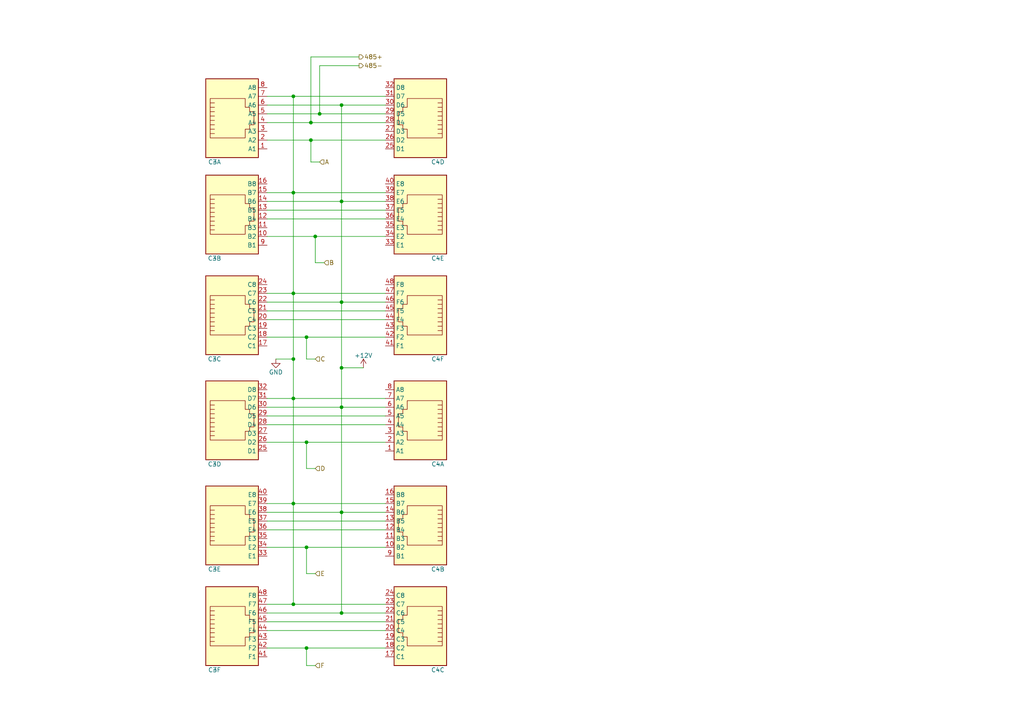
<source format=kicad_sch>
(kicad_sch
	(version 20231120)
	(generator "eeschema")
	(generator_version "8.0")
	(uuid "1861fa31-24d1-4676-b95e-2eda5730940b")
	(paper "A4")
	(lib_symbols
		(symbol "New_Library:5569256-1"
			(exclude_from_sim no)
			(in_bom yes)
			(on_board yes)
			(property "Reference" "C"
				(at -25.4 2.54 0)
				(effects
					(font
						(size 1.27 1.27)
					)
				)
			)
			(property "Value" ""
				(at -25.4 2.54 0)
				(effects
					(font
						(size 1.27 1.27)
					)
				)
			)
			(property "Footprint" "Library:5569256-1"
				(at 0 0 0)
				(effects
					(font
						(size 1.27 1.27)
					)
					(hide yes)
				)
			)
			(property "Datasheet" ""
				(at -25.4 2.54 0)
				(effects
					(font
						(size 1.27 1.27)
					)
					(hide yes)
				)
			)
			(property "Description" ""
				(at 0 0 0)
				(effects
					(font
						(size 1.27 1.27)
					)
					(hide yes)
				)
			)
			(symbol "5569256-1_0_1"
				(rectangle
					(start -27.94 26.67)
					(end -12.7 3.81)
					(stroke
						(width 0.254)
						(type default)
					)
					(fill
						(type background)
					)
				)
				(polyline
					(pts
						(xy -25.4 18.415) (xy -26.67 18.415)
					)
					(stroke
						(width 0)
						(type default)
					)
					(fill
						(type none)
					)
				)
				(polyline
					(pts
						(xy -25.4 19.685) (xy -26.67 19.685)
					)
					(stroke
						(width 0)
						(type default)
					)
					(fill
						(type none)
					)
				)
				(polyline
					(pts
						(xy -26.67 10.795) (xy -25.4 10.795) (xy -25.4 10.795)
					)
					(stroke
						(width 0)
						(type default)
					)
					(fill
						(type none)
					)
				)
				(polyline
					(pts
						(xy -26.67 12.065) (xy -25.4 12.065) (xy -25.4 12.065)
					)
					(stroke
						(width 0)
						(type default)
					)
					(fill
						(type none)
					)
				)
				(polyline
					(pts
						(xy -26.67 13.335) (xy -25.4 13.335) (xy -25.4 13.335)
					)
					(stroke
						(width 0)
						(type default)
					)
					(fill
						(type none)
					)
				)
				(polyline
					(pts
						(xy -26.67 14.605) (xy -25.4 14.605) (xy -25.4 14.605)
					)
					(stroke
						(width 0)
						(type default)
					)
					(fill
						(type none)
					)
				)
				(polyline
					(pts
						(xy -26.67 15.875) (xy -25.4 15.875) (xy -25.4 15.875)
					)
					(stroke
						(width 0)
						(type default)
					)
					(fill
						(type none)
					)
				)
				(polyline
					(pts
						(xy -25.4 17.145) (xy -26.67 17.145) (xy -26.67 17.145)
					)
					(stroke
						(width 0)
						(type default)
					)
					(fill
						(type none)
					)
				)
				(polyline
					(pts
						(xy -26.67 9.525) (xy -26.67 20.955) (xy -16.51 20.955) (xy -16.51 18.415) (xy -15.24 18.415)
						(xy -15.24 17.145) (xy -13.97 17.145) (xy -13.97 13.335) (xy -15.24 13.335) (xy -15.24 12.065)
						(xy -16.51 12.065) (xy -16.51 9.525) (xy -26.67 9.525) (xy -26.67 9.525)
					)
					(stroke
						(width 0)
						(type default)
					)
					(fill
						(type none)
					)
				)
			)
			(symbol "5569256-1_1_1"
				(pin passive line
					(at -10.16 6.35 180)
					(length 2.54)
					(name "A1"
						(effects
							(font
								(size 1.27 1.27)
							)
						)
					)
					(number "1"
						(effects
							(font
								(size 1.27 1.27)
							)
						)
					)
				)
				(pin passive line
					(at -10.16 8.89 180)
					(length 2.54)
					(name "A2"
						(effects
							(font
								(size 1.27 1.27)
							)
						)
					)
					(number "2"
						(effects
							(font
								(size 1.27 1.27)
							)
						)
					)
				)
				(pin passive line
					(at -10.16 11.43 180)
					(length 2.54)
					(name "A3"
						(effects
							(font
								(size 1.27 1.27)
							)
						)
					)
					(number "3"
						(effects
							(font
								(size 1.27 1.27)
							)
						)
					)
				)
				(pin passive line
					(at -10.16 13.97 180)
					(length 2.54)
					(name "A4"
						(effects
							(font
								(size 1.27 1.27)
							)
						)
					)
					(number "4"
						(effects
							(font
								(size 1.27 1.27)
							)
						)
					)
				)
				(pin passive line
					(at -10.16 16.51 180)
					(length 2.54)
					(name "A5"
						(effects
							(font
								(size 1.27 1.27)
							)
						)
					)
					(number "5"
						(effects
							(font
								(size 1.27 1.27)
							)
						)
					)
				)
				(pin passive line
					(at -10.16 19.05 180)
					(length 2.54)
					(name "A6"
						(effects
							(font
								(size 1.27 1.27)
							)
						)
					)
					(number "6"
						(effects
							(font
								(size 1.27 1.27)
							)
						)
					)
				)
				(pin passive line
					(at -10.16 21.59 180)
					(length 2.54)
					(name "A7"
						(effects
							(font
								(size 1.27 1.27)
							)
						)
					)
					(number "7"
						(effects
							(font
								(size 1.27 1.27)
							)
						)
					)
				)
				(pin passive line
					(at -10.16 24.13 180)
					(length 2.54)
					(name "A8"
						(effects
							(font
								(size 1.27 1.27)
							)
						)
					)
					(number "8"
						(effects
							(font
								(size 1.27 1.27)
							)
						)
					)
				)
			)
			(symbol "5569256-1_2_1"
				(pin passive line
					(at -10.16 8.89 180)
					(length 2.54)
					(name "B2"
						(effects
							(font
								(size 1.27 1.27)
							)
						)
					)
					(number "10"
						(effects
							(font
								(size 1.27 1.27)
							)
						)
					)
				)
				(pin passive line
					(at -10.16 11.43 180)
					(length 2.54)
					(name "B3"
						(effects
							(font
								(size 1.27 1.27)
							)
						)
					)
					(number "11"
						(effects
							(font
								(size 1.27 1.27)
							)
						)
					)
				)
				(pin passive line
					(at -10.16 13.97 180)
					(length 2.54)
					(name "B4"
						(effects
							(font
								(size 1.27 1.27)
							)
						)
					)
					(number "12"
						(effects
							(font
								(size 1.27 1.27)
							)
						)
					)
				)
				(pin passive line
					(at -10.16 16.51 180)
					(length 2.54)
					(name "B5"
						(effects
							(font
								(size 1.27 1.27)
							)
						)
					)
					(number "13"
						(effects
							(font
								(size 1.27 1.27)
							)
						)
					)
				)
				(pin passive line
					(at -10.16 19.05 180)
					(length 2.54)
					(name "B6"
						(effects
							(font
								(size 1.27 1.27)
							)
						)
					)
					(number "14"
						(effects
							(font
								(size 1.27 1.27)
							)
						)
					)
				)
				(pin passive line
					(at -10.16 21.59 180)
					(length 2.54)
					(name "B7"
						(effects
							(font
								(size 1.27 1.27)
							)
						)
					)
					(number "15"
						(effects
							(font
								(size 1.27 1.27)
							)
						)
					)
				)
				(pin passive line
					(at -10.16 24.13 180)
					(length 2.54)
					(name "B8"
						(effects
							(font
								(size 1.27 1.27)
							)
						)
					)
					(number "16"
						(effects
							(font
								(size 1.27 1.27)
							)
						)
					)
				)
				(pin passive line
					(at -10.16 6.35 180)
					(length 2.54)
					(name "B1"
						(effects
							(font
								(size 1.27 1.27)
							)
						)
					)
					(number "9"
						(effects
							(font
								(size 1.27 1.27)
							)
						)
					)
				)
			)
			(symbol "5569256-1_3_1"
				(pin passive line
					(at -10.16 6.35 180)
					(length 2.54)
					(name "C1"
						(effects
							(font
								(size 1.27 1.27)
							)
						)
					)
					(number "17"
						(effects
							(font
								(size 1.27 1.27)
							)
						)
					)
				)
				(pin passive line
					(at -10.16 8.89 180)
					(length 2.54)
					(name "C2"
						(effects
							(font
								(size 1.27 1.27)
							)
						)
					)
					(number "18"
						(effects
							(font
								(size 1.27 1.27)
							)
						)
					)
				)
				(pin passive line
					(at -10.16 11.43 180)
					(length 2.54)
					(name "C3"
						(effects
							(font
								(size 1.27 1.27)
							)
						)
					)
					(number "19"
						(effects
							(font
								(size 1.27 1.27)
							)
						)
					)
				)
				(pin passive line
					(at -10.16 13.97 180)
					(length 2.54)
					(name "C4"
						(effects
							(font
								(size 1.27 1.27)
							)
						)
					)
					(number "20"
						(effects
							(font
								(size 1.27 1.27)
							)
						)
					)
				)
				(pin passive line
					(at -10.16 16.51 180)
					(length 2.54)
					(name "C5"
						(effects
							(font
								(size 1.27 1.27)
							)
						)
					)
					(number "21"
						(effects
							(font
								(size 1.27 1.27)
							)
						)
					)
				)
				(pin passive line
					(at -10.16 19.05 180)
					(length 2.54)
					(name "C6"
						(effects
							(font
								(size 1.27 1.27)
							)
						)
					)
					(number "22"
						(effects
							(font
								(size 1.27 1.27)
							)
						)
					)
				)
				(pin passive line
					(at -10.16 21.59 180)
					(length 2.54)
					(name "C7"
						(effects
							(font
								(size 1.27 1.27)
							)
						)
					)
					(number "23"
						(effects
							(font
								(size 1.27 1.27)
							)
						)
					)
				)
				(pin passive line
					(at -10.16 24.13 180)
					(length 2.54)
					(name "C8"
						(effects
							(font
								(size 1.27 1.27)
							)
						)
					)
					(number "24"
						(effects
							(font
								(size 1.27 1.27)
							)
						)
					)
				)
			)
			(symbol "5569256-1_4_1"
				(pin passive line
					(at -10.16 6.35 180)
					(length 2.54)
					(name "D1"
						(effects
							(font
								(size 1.27 1.27)
							)
						)
					)
					(number "25"
						(effects
							(font
								(size 1.27 1.27)
							)
						)
					)
				)
				(pin passive line
					(at -10.16 8.89 180)
					(length 2.54)
					(name "D2"
						(effects
							(font
								(size 1.27 1.27)
							)
						)
					)
					(number "26"
						(effects
							(font
								(size 1.27 1.27)
							)
						)
					)
				)
				(pin passive line
					(at -10.16 11.43 180)
					(length 2.54)
					(name "D3"
						(effects
							(font
								(size 1.27 1.27)
							)
						)
					)
					(number "27"
						(effects
							(font
								(size 1.27 1.27)
							)
						)
					)
				)
				(pin passive line
					(at -10.16 13.97 180)
					(length 2.54)
					(name "D4"
						(effects
							(font
								(size 1.27 1.27)
							)
						)
					)
					(number "28"
						(effects
							(font
								(size 1.27 1.27)
							)
						)
					)
				)
				(pin passive line
					(at -10.16 16.51 180)
					(length 2.54)
					(name "D5"
						(effects
							(font
								(size 1.27 1.27)
							)
						)
					)
					(number "29"
						(effects
							(font
								(size 1.27 1.27)
							)
						)
					)
				)
				(pin passive line
					(at -10.16 19.05 180)
					(length 2.54)
					(name "D6"
						(effects
							(font
								(size 1.27 1.27)
							)
						)
					)
					(number "30"
						(effects
							(font
								(size 1.27 1.27)
							)
						)
					)
				)
				(pin passive line
					(at -10.16 21.59 180)
					(length 2.54)
					(name "D7"
						(effects
							(font
								(size 1.27 1.27)
							)
						)
					)
					(number "31"
						(effects
							(font
								(size 1.27 1.27)
							)
						)
					)
				)
				(pin passive line
					(at -10.16 24.13 180)
					(length 2.54)
					(name "D8"
						(effects
							(font
								(size 1.27 1.27)
							)
						)
					)
					(number "32"
						(effects
							(font
								(size 1.27 1.27)
							)
						)
					)
				)
			)
			(symbol "5569256-1_5_1"
				(pin passive line
					(at -10.16 6.35 180)
					(length 2.54)
					(name "E1"
						(effects
							(font
								(size 1.27 1.27)
							)
						)
					)
					(number "33"
						(effects
							(font
								(size 1.27 1.27)
							)
						)
					)
				)
				(pin passive line
					(at -10.16 8.89 180)
					(length 2.54)
					(name "E2"
						(effects
							(font
								(size 1.27 1.27)
							)
						)
					)
					(number "34"
						(effects
							(font
								(size 1.27 1.27)
							)
						)
					)
				)
				(pin passive line
					(at -10.16 11.43 180)
					(length 2.54)
					(name "E3"
						(effects
							(font
								(size 1.27 1.27)
							)
						)
					)
					(number "35"
						(effects
							(font
								(size 1.27 1.27)
							)
						)
					)
				)
				(pin passive line
					(at -10.16 13.97 180)
					(length 2.54)
					(name "E4"
						(effects
							(font
								(size 1.27 1.27)
							)
						)
					)
					(number "36"
						(effects
							(font
								(size 1.27 1.27)
							)
						)
					)
				)
				(pin passive line
					(at -10.16 16.51 180)
					(length 2.54)
					(name "E5"
						(effects
							(font
								(size 1.27 1.27)
							)
						)
					)
					(number "37"
						(effects
							(font
								(size 1.27 1.27)
							)
						)
					)
				)
				(pin passive line
					(at -10.16 19.05 180)
					(length 2.54)
					(name "E6"
						(effects
							(font
								(size 1.27 1.27)
							)
						)
					)
					(number "38"
						(effects
							(font
								(size 1.27 1.27)
							)
						)
					)
				)
				(pin passive line
					(at -10.16 21.59 180)
					(length 2.54)
					(name "E7"
						(effects
							(font
								(size 1.27 1.27)
							)
						)
					)
					(number "39"
						(effects
							(font
								(size 1.27 1.27)
							)
						)
					)
				)
				(pin passive line
					(at -10.16 24.13 180)
					(length 2.54)
					(name "E8"
						(effects
							(font
								(size 1.27 1.27)
							)
						)
					)
					(number "40"
						(effects
							(font
								(size 1.27 1.27)
							)
						)
					)
				)
			)
			(symbol "5569256-1_6_1"
				(pin passive line
					(at -10.16 6.35 180)
					(length 2.54)
					(name "F1"
						(effects
							(font
								(size 1.27 1.27)
							)
						)
					)
					(number "41"
						(effects
							(font
								(size 1.27 1.27)
							)
						)
					)
				)
				(pin passive line
					(at -10.16 8.89 180)
					(length 2.54)
					(name "F2"
						(effects
							(font
								(size 1.27 1.27)
							)
						)
					)
					(number "42"
						(effects
							(font
								(size 1.27 1.27)
							)
						)
					)
				)
				(pin passive line
					(at -10.16 11.43 180)
					(length 2.54)
					(name "F3"
						(effects
							(font
								(size 1.27 1.27)
							)
						)
					)
					(number "43"
						(effects
							(font
								(size 1.27 1.27)
							)
						)
					)
				)
				(pin passive line
					(at -10.16 13.97 180)
					(length 2.54)
					(name "F4"
						(effects
							(font
								(size 1.27 1.27)
							)
						)
					)
					(number "44"
						(effects
							(font
								(size 1.27 1.27)
							)
						)
					)
				)
				(pin passive line
					(at -10.16 16.51 180)
					(length 2.54)
					(name "F5"
						(effects
							(font
								(size 1.27 1.27)
							)
						)
					)
					(number "45"
						(effects
							(font
								(size 1.27 1.27)
							)
						)
					)
				)
				(pin passive line
					(at -10.16 19.05 180)
					(length 2.54)
					(name "F6"
						(effects
							(font
								(size 1.27 1.27)
							)
						)
					)
					(number "46"
						(effects
							(font
								(size 1.27 1.27)
							)
						)
					)
				)
				(pin passive line
					(at -10.16 21.59 180)
					(length 2.54)
					(name "F7"
						(effects
							(font
								(size 1.27 1.27)
							)
						)
					)
					(number "47"
						(effects
							(font
								(size 1.27 1.27)
							)
						)
					)
				)
				(pin passive line
					(at -10.16 24.13 180)
					(length 2.54)
					(name "F8"
						(effects
							(font
								(size 1.27 1.27)
							)
						)
					)
					(number "48"
						(effects
							(font
								(size 1.27 1.27)
							)
						)
					)
				)
			)
		)
		(symbol "power:+12V"
			(power)
			(pin_names
				(offset 0)
			)
			(exclude_from_sim no)
			(in_bom yes)
			(on_board yes)
			(property "Reference" "#PWR"
				(at 0 -3.81 0)
				(effects
					(font
						(size 1.27 1.27)
					)
					(hide yes)
				)
			)
			(property "Value" "+12V"
				(at 0 3.556 0)
				(effects
					(font
						(size 1.27 1.27)
					)
				)
			)
			(property "Footprint" ""
				(at 0 0 0)
				(effects
					(font
						(size 1.27 1.27)
					)
					(hide yes)
				)
			)
			(property "Datasheet" ""
				(at 0 0 0)
				(effects
					(font
						(size 1.27 1.27)
					)
					(hide yes)
				)
			)
			(property "Description" "Power symbol creates a global label with name \"+12V\""
				(at 0 0 0)
				(effects
					(font
						(size 1.27 1.27)
					)
					(hide yes)
				)
			)
			(property "ki_keywords" "global power"
				(at 0 0 0)
				(effects
					(font
						(size 1.27 1.27)
					)
					(hide yes)
				)
			)
			(symbol "+12V_0_1"
				(polyline
					(pts
						(xy -0.762 1.27) (xy 0 2.54)
					)
					(stroke
						(width 0)
						(type default)
					)
					(fill
						(type none)
					)
				)
				(polyline
					(pts
						(xy 0 0) (xy 0 2.54)
					)
					(stroke
						(width 0)
						(type default)
					)
					(fill
						(type none)
					)
				)
				(polyline
					(pts
						(xy 0 2.54) (xy 0.762 1.27)
					)
					(stroke
						(width 0)
						(type default)
					)
					(fill
						(type none)
					)
				)
			)
			(symbol "+12V_1_1"
				(pin power_in line
					(at 0 0 90)
					(length 0) hide
					(name "+12V"
						(effects
							(font
								(size 1.27 1.27)
							)
						)
					)
					(number "1"
						(effects
							(font
								(size 1.27 1.27)
							)
						)
					)
				)
			)
		)
		(symbol "power:GND"
			(power)
			(pin_names
				(offset 0)
			)
			(exclude_from_sim no)
			(in_bom yes)
			(on_board yes)
			(property "Reference" "#PWR"
				(at 0 -6.35 0)
				(effects
					(font
						(size 1.27 1.27)
					)
					(hide yes)
				)
			)
			(property "Value" "GND"
				(at 0 -3.81 0)
				(effects
					(font
						(size 1.27 1.27)
					)
				)
			)
			(property "Footprint" ""
				(at 0 0 0)
				(effects
					(font
						(size 1.27 1.27)
					)
					(hide yes)
				)
			)
			(property "Datasheet" ""
				(at 0 0 0)
				(effects
					(font
						(size 1.27 1.27)
					)
					(hide yes)
				)
			)
			(property "Description" "Power symbol creates a global label with name \"GND\" , ground"
				(at 0 0 0)
				(effects
					(font
						(size 1.27 1.27)
					)
					(hide yes)
				)
			)
			(property "ki_keywords" "global power"
				(at 0 0 0)
				(effects
					(font
						(size 1.27 1.27)
					)
					(hide yes)
				)
			)
			(symbol "GND_0_1"
				(polyline
					(pts
						(xy 0 0) (xy 0 -1.27) (xy 1.27 -1.27) (xy 0 -2.54) (xy -1.27 -1.27) (xy 0 -1.27)
					)
					(stroke
						(width 0)
						(type default)
					)
					(fill
						(type none)
					)
				)
			)
			(symbol "GND_1_1"
				(pin power_in line
					(at 0 0 270)
					(length 0) hide
					(name "GND"
						(effects
							(font
								(size 1.27 1.27)
							)
						)
					)
					(number "1"
						(effects
							(font
								(size 1.27 1.27)
							)
						)
					)
				)
			)
		)
	)
	(junction
		(at 99.06 58.42)
		(diameter 0)
		(color 0 0 0 0)
		(uuid "0993ccbb-0741-4e39-922d-acaf62ea86f8")
	)
	(junction
		(at 85.09 115.57)
		(diameter 0)
		(color 0 0 0 0)
		(uuid "0c5e7048-104d-4b45-8702-ef51132b42b0")
	)
	(junction
		(at 88.9 97.79)
		(diameter 0)
		(color 0 0 0 0)
		(uuid "0e1ed945-db72-485d-b658-a7525e4e7bdb")
	)
	(junction
		(at 85.09 104.14)
		(diameter 0)
		(color 0 0 0 0)
		(uuid "0f08a279-9413-4e10-8c2e-2e9b6851437a")
	)
	(junction
		(at 85.09 146.05)
		(diameter 0)
		(color 0 0 0 0)
		(uuid "1ac8b35f-6a81-4281-94a8-ecb33666e5f7")
	)
	(junction
		(at 99.06 106.68)
		(diameter 0)
		(color 0 0 0 0)
		(uuid "1b33d83a-e6bb-4e8e-9e2f-a466827d8eed")
	)
	(junction
		(at 85.09 27.94)
		(diameter 0)
		(color 0 0 0 0)
		(uuid "1c2b9fab-f5eb-44fc-8495-b10aa5d2ab21")
	)
	(junction
		(at 91.44 68.58)
		(diameter 0)
		(color 0 0 0 0)
		(uuid "27388b0b-8b6e-4beb-b75c-feb56256abc6")
	)
	(junction
		(at 88.9 158.75)
		(diameter 0)
		(color 0 0 0 0)
		(uuid "28a4615a-dccc-4085-9af2-42a9adddc0f0")
	)
	(junction
		(at 99.06 30.48)
		(diameter 0)
		(color 0 0 0 0)
		(uuid "2b8c444a-c61b-483d-9dba-2a6e6f46d045")
	)
	(junction
		(at 85.09 55.88)
		(diameter 0)
		(color 0 0 0 0)
		(uuid "39644bb3-5bb6-420a-be1d-5d1ec806a2ac")
	)
	(junction
		(at 92.71 33.02)
		(diameter 0)
		(color 0 0 0 0)
		(uuid "4042529d-039d-4131-bad0-08fd90a67977")
	)
	(junction
		(at 90.17 40.64)
		(diameter 0)
		(color 0 0 0 0)
		(uuid "505de5ba-1397-40a9-ba22-c276b06f0963")
	)
	(junction
		(at 85.09 175.26)
		(diameter 0)
		(color 0 0 0 0)
		(uuid "5bbc1163-d9b3-4d24-abe8-da8c010c7d2c")
	)
	(junction
		(at 85.09 85.09)
		(diameter 0)
		(color 0 0 0 0)
		(uuid "67170cac-0401-4c95-a7bb-a7cae675ef81")
	)
	(junction
		(at 99.06 177.8)
		(diameter 0)
		(color 0 0 0 0)
		(uuid "836592f8-162d-46f0-b538-d610020693d9")
	)
	(junction
		(at 88.9 128.27)
		(diameter 0)
		(color 0 0 0 0)
		(uuid "8c9f411b-2cb4-4ded-bb5e-c48136f7f8b4")
	)
	(junction
		(at 99.06 118.11)
		(diameter 0)
		(color 0 0 0 0)
		(uuid "c060b3ca-9b06-4f48-b326-c38656494ec7")
	)
	(junction
		(at 88.9 187.96)
		(diameter 0)
		(color 0 0 0 0)
		(uuid "c52b5581-1fbc-4041-a98b-3db4da518ae6")
	)
	(junction
		(at 90.17 35.56)
		(diameter 0)
		(color 0 0 0 0)
		(uuid "ccb7d0b7-f0eb-4aa4-b20c-203c1cfe6224")
	)
	(junction
		(at 99.06 148.59)
		(diameter 0)
		(color 0 0 0 0)
		(uuid "e55a3058-663f-4977-84a7-ac3580e5cc47")
	)
	(junction
		(at 99.06 87.63)
		(diameter 0)
		(color 0 0 0 0)
		(uuid "f67db2be-4dc0-4509-bc79-e3332cc68b93")
	)
	(wire
		(pts
			(xy 77.47 148.59) (xy 99.06 148.59)
		)
		(stroke
			(width 0)
			(type default)
		)
		(uuid "0075829e-cb06-4f9c-82ba-551118474997")
	)
	(wire
		(pts
			(xy 77.47 175.26) (xy 85.09 175.26)
		)
		(stroke
			(width 0)
			(type default)
		)
		(uuid "02dcbf88-cc78-4370-ada7-d703a40ac515")
	)
	(wire
		(pts
			(xy 88.9 128.27) (xy 111.76 128.27)
		)
		(stroke
			(width 0)
			(type default)
		)
		(uuid "03ffb953-6158-4e71-aae4-e4c61dd3570d")
	)
	(wire
		(pts
			(xy 99.06 87.63) (xy 111.76 87.63)
		)
		(stroke
			(width 0)
			(type default)
		)
		(uuid "0550b99d-1df2-42e0-ae9d-b72f8c05dbb5")
	)
	(wire
		(pts
			(xy 80.01 104.14) (xy 85.09 104.14)
		)
		(stroke
			(width 0)
			(type default)
		)
		(uuid "07d13554-f4cc-4fa6-9bc2-bb7db310e34e")
	)
	(wire
		(pts
			(xy 77.47 33.02) (xy 92.71 33.02)
		)
		(stroke
			(width 0)
			(type default)
		)
		(uuid "09410fe3-cee6-4505-ac10-58c7269ee08d")
	)
	(wire
		(pts
			(xy 90.17 35.56) (xy 111.76 35.56)
		)
		(stroke
			(width 0)
			(type default)
		)
		(uuid "0a85da10-0150-4106-90ce-b1bce310d2e4")
	)
	(wire
		(pts
			(xy 77.47 68.58) (xy 91.44 68.58)
		)
		(stroke
			(width 0)
			(type default)
		)
		(uuid "0f050288-9a3a-4fef-8cc2-09c2363f3890")
	)
	(wire
		(pts
			(xy 99.06 106.68) (xy 99.06 118.11)
		)
		(stroke
			(width 0)
			(type default)
		)
		(uuid "0fce910e-98be-4202-ab9d-f539b54863c9")
	)
	(wire
		(pts
			(xy 99.06 148.59) (xy 111.76 148.59)
		)
		(stroke
			(width 0)
			(type default)
		)
		(uuid "104f9ddf-e2e5-42ca-a7f4-1711a227f115")
	)
	(wire
		(pts
			(xy 88.9 166.37) (xy 88.9 158.75)
		)
		(stroke
			(width 0)
			(type default)
		)
		(uuid "137a9c15-5a43-4abb-aad7-02b4083a5955")
	)
	(wire
		(pts
			(xy 85.09 104.14) (xy 85.09 115.57)
		)
		(stroke
			(width 0)
			(type default)
		)
		(uuid "173211a2-3276-42a8-a26c-bd26542c45c6")
	)
	(wire
		(pts
			(xy 85.09 115.57) (xy 85.09 146.05)
		)
		(stroke
			(width 0)
			(type default)
		)
		(uuid "1e29db49-f0c3-4c3c-8eb9-475bc4d30bcd")
	)
	(wire
		(pts
			(xy 99.06 118.11) (xy 111.76 118.11)
		)
		(stroke
			(width 0)
			(type default)
		)
		(uuid "2279b386-a7f0-40c1-a4cd-53e3fff183b0")
	)
	(wire
		(pts
			(xy 92.71 19.05) (xy 92.71 33.02)
		)
		(stroke
			(width 0)
			(type default)
		)
		(uuid "2749fd4b-758d-40f0-a6f9-2b3882f51160")
	)
	(wire
		(pts
			(xy 99.06 58.42) (xy 111.76 58.42)
		)
		(stroke
			(width 0)
			(type default)
		)
		(uuid "27e891b4-e8e6-4029-8ce6-014b26b97f7d")
	)
	(wire
		(pts
			(xy 105.41 106.68) (xy 99.06 106.68)
		)
		(stroke
			(width 0)
			(type default)
		)
		(uuid "29df1ef1-aaad-4834-884c-e7b2f81c821f")
	)
	(wire
		(pts
			(xy 77.47 128.27) (xy 88.9 128.27)
		)
		(stroke
			(width 0)
			(type default)
		)
		(uuid "2a813b01-391e-42fe-808f-88e5a24360b4")
	)
	(wire
		(pts
			(xy 99.06 87.63) (xy 99.06 106.68)
		)
		(stroke
			(width 0)
			(type default)
		)
		(uuid "2c3a1a0b-5d12-4b6d-92c3-4e4e6d36e4e6")
	)
	(wire
		(pts
			(xy 99.06 148.59) (xy 99.06 177.8)
		)
		(stroke
			(width 0)
			(type default)
		)
		(uuid "33dcc001-ada0-429a-83b1-8caa33a3b206")
	)
	(wire
		(pts
			(xy 99.06 177.8) (xy 111.76 177.8)
		)
		(stroke
			(width 0)
			(type default)
		)
		(uuid "360c5a02-d1c9-4fdd-bc1d-e31444721644")
	)
	(wire
		(pts
			(xy 93.98 76.2) (xy 91.44 76.2)
		)
		(stroke
			(width 0)
			(type default)
		)
		(uuid "3ca2d4ac-38c7-4ea6-b242-0f17f274d34a")
	)
	(wire
		(pts
			(xy 77.47 92.71) (xy 111.76 92.71)
		)
		(stroke
			(width 0)
			(type default)
		)
		(uuid "3d474e45-82c2-499d-b02a-92bd44f3dd17")
	)
	(wire
		(pts
			(xy 88.9 158.75) (xy 111.76 158.75)
		)
		(stroke
			(width 0)
			(type default)
		)
		(uuid "3f93095f-0839-437f-9fe6-50184db2b8f6")
	)
	(wire
		(pts
			(xy 77.47 97.79) (xy 88.9 97.79)
		)
		(stroke
			(width 0)
			(type default)
		)
		(uuid "4744448f-cdf1-4599-ae19-760402f5a86d")
	)
	(wire
		(pts
			(xy 88.9 135.89) (xy 88.9 128.27)
		)
		(stroke
			(width 0)
			(type default)
		)
		(uuid "47e3c5bf-524a-40ef-98d5-befa1025ca9a")
	)
	(wire
		(pts
			(xy 91.44 76.2) (xy 91.44 68.58)
		)
		(stroke
			(width 0)
			(type default)
		)
		(uuid "48f100c8-6e75-4ccf-b478-56d9b54c3e98")
	)
	(wire
		(pts
			(xy 85.09 146.05) (xy 111.76 146.05)
		)
		(stroke
			(width 0)
			(type default)
		)
		(uuid "4a2a38b7-0283-4687-96f1-26bdd52dd12d")
	)
	(wire
		(pts
			(xy 85.09 27.94) (xy 111.76 27.94)
		)
		(stroke
			(width 0)
			(type default)
		)
		(uuid "5582cbdb-7aa5-41d7-b55b-cad86a83e61c")
	)
	(wire
		(pts
			(xy 85.09 55.88) (xy 85.09 85.09)
		)
		(stroke
			(width 0)
			(type default)
		)
		(uuid "56d3d678-5a18-4f90-a1a2-d60a2cde4267")
	)
	(wire
		(pts
			(xy 88.9 193.04) (xy 88.9 187.96)
		)
		(stroke
			(width 0)
			(type default)
		)
		(uuid "57810b1e-a01b-4882-b62e-f642f5f47954")
	)
	(wire
		(pts
			(xy 77.47 146.05) (xy 85.09 146.05)
		)
		(stroke
			(width 0)
			(type default)
		)
		(uuid "57bde08f-88c2-4302-a68b-e5005a9360c5")
	)
	(wire
		(pts
			(xy 77.47 87.63) (xy 99.06 87.63)
		)
		(stroke
			(width 0)
			(type default)
		)
		(uuid "5a477cb8-563c-4871-a8d3-989197829693")
	)
	(wire
		(pts
			(xy 99.06 118.11) (xy 99.06 148.59)
		)
		(stroke
			(width 0)
			(type default)
		)
		(uuid "5b9f9d86-1fe2-4bf7-be2c-30ba4f5f58f5")
	)
	(wire
		(pts
			(xy 91.44 166.37) (xy 88.9 166.37)
		)
		(stroke
			(width 0)
			(type default)
		)
		(uuid "5c64050c-17f0-4d34-b960-662ab0ca82ae")
	)
	(wire
		(pts
			(xy 77.47 120.65) (xy 111.76 120.65)
		)
		(stroke
			(width 0)
			(type default)
		)
		(uuid "5d5ac2e1-e8a8-4951-8053-65ea1e5590b8")
	)
	(wire
		(pts
			(xy 104.14 19.05) (xy 92.71 19.05)
		)
		(stroke
			(width 0)
			(type default)
		)
		(uuid "6337d64d-0961-4273-9549-117126570ad9")
	)
	(wire
		(pts
			(xy 77.47 123.19) (xy 111.76 123.19)
		)
		(stroke
			(width 0)
			(type default)
		)
		(uuid "66819e93-ec9c-4607-ae26-fc5864093598")
	)
	(wire
		(pts
			(xy 77.47 90.17) (xy 111.76 90.17)
		)
		(stroke
			(width 0)
			(type default)
		)
		(uuid "6b361771-e581-4a6c-80e7-3eab6a4f9d43")
	)
	(wire
		(pts
			(xy 91.44 193.04) (xy 88.9 193.04)
		)
		(stroke
			(width 0)
			(type default)
		)
		(uuid "6cfc946d-f94d-45fa-a1b5-2756b449d425")
	)
	(wire
		(pts
			(xy 77.47 40.64) (xy 90.17 40.64)
		)
		(stroke
			(width 0)
			(type default)
		)
		(uuid "754ac25d-2c4b-473c-a061-95bfd906a9cb")
	)
	(wire
		(pts
			(xy 77.47 187.96) (xy 88.9 187.96)
		)
		(stroke
			(width 0)
			(type default)
		)
		(uuid "77b944cc-c668-482c-ac7b-8f88c8bba4b3")
	)
	(wire
		(pts
			(xy 88.9 104.14) (xy 88.9 97.79)
		)
		(stroke
			(width 0)
			(type default)
		)
		(uuid "7cabe571-a2cc-4667-9d7f-86ec61bdc880")
	)
	(wire
		(pts
			(xy 77.47 177.8) (xy 99.06 177.8)
		)
		(stroke
			(width 0)
			(type default)
		)
		(uuid "7d48e1b0-30b6-4794-a92d-1559199e7452")
	)
	(wire
		(pts
			(xy 88.9 97.79) (xy 111.76 97.79)
		)
		(stroke
			(width 0)
			(type default)
		)
		(uuid "7e790739-936e-4c1e-a97c-2e45b20e1138")
	)
	(wire
		(pts
			(xy 77.47 58.42) (xy 99.06 58.42)
		)
		(stroke
			(width 0)
			(type default)
		)
		(uuid "822a08f3-2e80-4f61-9efb-9d9547a363e3")
	)
	(wire
		(pts
			(xy 91.44 68.58) (xy 111.76 68.58)
		)
		(stroke
			(width 0)
			(type default)
		)
		(uuid "840247b0-f163-42e3-8156-bcb0cce1d5ef")
	)
	(wire
		(pts
			(xy 77.47 182.88) (xy 111.76 182.88)
		)
		(stroke
			(width 0)
			(type default)
		)
		(uuid "84bf2dc3-2673-46cf-a258-17fe94884893")
	)
	(wire
		(pts
			(xy 85.09 115.57) (xy 111.76 115.57)
		)
		(stroke
			(width 0)
			(type default)
		)
		(uuid "87404479-97f6-4302-808d-94fadac3d666")
	)
	(wire
		(pts
			(xy 99.06 58.42) (xy 99.06 87.63)
		)
		(stroke
			(width 0)
			(type default)
		)
		(uuid "87ff3501-da66-43e8-b526-702afe017331")
	)
	(wire
		(pts
			(xy 92.71 46.99) (xy 90.17 46.99)
		)
		(stroke
			(width 0)
			(type default)
		)
		(uuid "8f3dbec9-37e7-4032-8869-25743939693e")
	)
	(wire
		(pts
			(xy 99.06 30.48) (xy 111.76 30.48)
		)
		(stroke
			(width 0)
			(type default)
		)
		(uuid "8fcee972-d5b1-4af4-b547-a07b913923e5")
	)
	(wire
		(pts
			(xy 77.47 30.48) (xy 99.06 30.48)
		)
		(stroke
			(width 0)
			(type default)
		)
		(uuid "90059e9c-1fe5-40dc-b0df-4cc362111e0c")
	)
	(wire
		(pts
			(xy 77.47 153.67) (xy 111.76 153.67)
		)
		(stroke
			(width 0)
			(type default)
		)
		(uuid "9030d221-2111-4db7-a936-c41b07ae154e")
	)
	(wire
		(pts
			(xy 104.14 16.51) (xy 90.17 16.51)
		)
		(stroke
			(width 0)
			(type default)
		)
		(uuid "9a7b22fc-d1bd-4365-98f2-4767dca6802c")
	)
	(wire
		(pts
			(xy 85.09 85.09) (xy 111.76 85.09)
		)
		(stroke
			(width 0)
			(type default)
		)
		(uuid "a4eb987c-1599-4bf2-ba30-dcbd09584d01")
	)
	(wire
		(pts
			(xy 85.09 175.26) (xy 111.76 175.26)
		)
		(stroke
			(width 0)
			(type default)
		)
		(uuid "a60cd5a7-8fcc-4023-9898-52cffa6b1b88")
	)
	(wire
		(pts
			(xy 77.47 63.5) (xy 111.76 63.5)
		)
		(stroke
			(width 0)
			(type default)
		)
		(uuid "a8ccc691-c0fb-474e-8bdb-fe9fd2ec57e9")
	)
	(wire
		(pts
			(xy 77.47 118.11) (xy 99.06 118.11)
		)
		(stroke
			(width 0)
			(type default)
		)
		(uuid "b5d4656d-ecd5-4d5b-97c4-0d33b7c0337e")
	)
	(wire
		(pts
			(xy 90.17 46.99) (xy 90.17 40.64)
		)
		(stroke
			(width 0)
			(type default)
		)
		(uuid "b685e88b-d6fa-4dd4-a744-837a5d42ed03")
	)
	(wire
		(pts
			(xy 99.06 30.48) (xy 99.06 58.42)
		)
		(stroke
			(width 0)
			(type default)
		)
		(uuid "bdb6d39a-e76d-49dc-bdc0-8b9731812bcb")
	)
	(wire
		(pts
			(xy 77.47 115.57) (xy 85.09 115.57)
		)
		(stroke
			(width 0)
			(type default)
		)
		(uuid "be9f5df7-2871-4f38-a5b7-90d796a01848")
	)
	(wire
		(pts
			(xy 85.09 85.09) (xy 85.09 104.14)
		)
		(stroke
			(width 0)
			(type default)
		)
		(uuid "c2ad6393-1b7a-4d73-b0cd-4e812343e44b")
	)
	(wire
		(pts
			(xy 77.47 151.13) (xy 111.76 151.13)
		)
		(stroke
			(width 0)
			(type default)
		)
		(uuid "c7ce3644-f49b-4ac9-a0bf-b5bd50981af2")
	)
	(wire
		(pts
			(xy 77.47 158.75) (xy 88.9 158.75)
		)
		(stroke
			(width 0)
			(type default)
		)
		(uuid "cb6e0dd0-ba88-44ab-80b5-d42974271da3")
	)
	(wire
		(pts
			(xy 90.17 40.64) (xy 111.76 40.64)
		)
		(stroke
			(width 0)
			(type default)
		)
		(uuid "cf1570a4-17b2-4ab9-bafd-115d3c3f3259")
	)
	(wire
		(pts
			(xy 91.44 135.89) (xy 88.9 135.89)
		)
		(stroke
			(width 0)
			(type default)
		)
		(uuid "d16e4df7-8858-43cb-9c7c-f5cc19aec2df")
	)
	(wire
		(pts
			(xy 77.47 85.09) (xy 85.09 85.09)
		)
		(stroke
			(width 0)
			(type default)
		)
		(uuid "d50e4ce7-64d6-4647-8639-708e1ef0b9ed")
	)
	(wire
		(pts
			(xy 91.44 104.14) (xy 88.9 104.14)
		)
		(stroke
			(width 0)
			(type default)
		)
		(uuid "d9dadcbf-1e41-4139-a170-7ef05e73639a")
	)
	(wire
		(pts
			(xy 92.71 33.02) (xy 111.76 33.02)
		)
		(stroke
			(width 0)
			(type default)
		)
		(uuid "df79e50e-8934-4ac8-8785-e4d87d3e7283")
	)
	(wire
		(pts
			(xy 88.9 187.96) (xy 111.76 187.96)
		)
		(stroke
			(width 0)
			(type default)
		)
		(uuid "e9898db4-c7c4-4e26-8bdf-f532fb80ebdd")
	)
	(wire
		(pts
			(xy 85.09 27.94) (xy 85.09 55.88)
		)
		(stroke
			(width 0)
			(type default)
		)
		(uuid "ec5522be-fd3f-42d1-b191-c8705b4010e1")
	)
	(wire
		(pts
			(xy 77.47 55.88) (xy 85.09 55.88)
		)
		(stroke
			(width 0)
			(type default)
		)
		(uuid "f0f297d2-063e-4d42-97e9-dbb0e734470c")
	)
	(wire
		(pts
			(xy 77.47 35.56) (xy 90.17 35.56)
		)
		(stroke
			(width 0)
			(type default)
		)
		(uuid "f171ebee-c981-4537-b7c2-aa9c84f8da9f")
	)
	(wire
		(pts
			(xy 77.47 27.94) (xy 85.09 27.94)
		)
		(stroke
			(width 0)
			(type default)
		)
		(uuid "f3a02d74-6c99-419b-bb98-ff4bf7d098b6")
	)
	(wire
		(pts
			(xy 85.09 55.88) (xy 111.76 55.88)
		)
		(stroke
			(width 0)
			(type default)
		)
		(uuid "f43acddb-f1e6-4132-b8fd-3055a18470ba")
	)
	(wire
		(pts
			(xy 77.47 60.96) (xy 111.76 60.96)
		)
		(stroke
			(width 0)
			(type default)
		)
		(uuid "f4d2204f-6832-423f-b5be-029b1822e844")
	)
	(wire
		(pts
			(xy 77.47 180.34) (xy 111.76 180.34)
		)
		(stroke
			(width 0)
			(type default)
		)
		(uuid "f84930fa-49f5-4231-8a6b-b17d7d8007dc")
	)
	(wire
		(pts
			(xy 85.09 146.05) (xy 85.09 175.26)
		)
		(stroke
			(width 0)
			(type default)
		)
		(uuid "f9e811df-4189-4a5e-a26a-b7dade210eef")
	)
	(wire
		(pts
			(xy 90.17 16.51) (xy 90.17 35.56)
		)
		(stroke
			(width 0)
			(type default)
		)
		(uuid "ffc1d0db-1212-477d-9363-513536eae47b")
	)
	(hierarchical_label "485+"
		(shape output)
		(at 104.14 16.51 0)
		(fields_autoplaced yes)
		(effects
			(font
				(size 1.27 1.27)
			)
			(justify left)
		)
		(uuid "0b4d4e41-9a42-4aa7-8f13-b491d96e5300")
	)
	(hierarchical_label "B"
		(shape input)
		(at 93.98 76.2 0)
		(fields_autoplaced yes)
		(effects
			(font
				(size 1.27 1.27)
			)
			(justify left)
		)
		(uuid "0dd31443-f733-417c-bb0a-6ce58c723606")
	)
	(hierarchical_label "D"
		(shape input)
		(at 91.44 135.89 0)
		(fields_autoplaced yes)
		(effects
			(font
				(size 1.27 1.27)
			)
			(justify left)
		)
		(uuid "1294bd4b-5c32-4f35-b894-63e66b2bd38f")
	)
	(hierarchical_label "485-"
		(shape output)
		(at 104.14 19.05 0)
		(fields_autoplaced yes)
		(effects
			(font
				(size 1.27 1.27)
			)
			(justify left)
		)
		(uuid "2279002b-5f8f-46aa-a263-b637a8983179")
	)
	(hierarchical_label "F"
		(shape input)
		(at 91.44 193.04 0)
		(fields_autoplaced yes)
		(effects
			(font
				(size 1.27 1.27)
			)
			(justify left)
		)
		(uuid "af98cb65-af74-4e1b-8240-7fd436ddca79")
	)
	(hierarchical_label "C"
		(shape input)
		(at 91.44 104.14 0)
		(fields_autoplaced yes)
		(effects
			(font
				(size 1.27 1.27)
			)
			(justify left)
		)
		(uuid "bae7135a-bce0-4d4e-aeb3-558f7fe614dc")
	)
	(hierarchical_label "A"
		(shape input)
		(at 92.71 46.99 0)
		(fields_autoplaced yes)
		(effects
			(font
				(size 1.27 1.27)
			)
			(justify left)
		)
		(uuid "e4300ecc-01a4-42aa-881c-3a9389f2cdb1")
	)
	(hierarchical_label "E"
		(shape input)
		(at 91.44 166.37 0)
		(fields_autoplaced yes)
		(effects
			(font
				(size 1.27 1.27)
			)
			(justify left)
		)
		(uuid "e78ef669-f692-4c29-88d6-15b83053312a")
	)
	(symbol
		(lib_id "power:+12V")
		(at 105.41 106.68 0)
		(unit 1)
		(exclude_from_sim no)
		(in_bom yes)
		(on_board yes)
		(dnp no)
		(fields_autoplaced yes)
		(uuid "10010566-ded2-4e73-bc26-41ce80c10fa3")
		(property "Reference" "#PWR013"
			(at 105.41 110.49 0)
			(effects
				(font
					(size 1.27 1.27)
				)
				(hide yes)
			)
		)
		(property "Value" "+12V"
			(at 105.41 103.124 0)
			(effects
				(font
					(size 1.27 1.27)
				)
			)
		)
		(property "Footprint" ""
			(at 105.41 106.68 0)
			(effects
				(font
					(size 1.27 1.27)
				)
				(hide yes)
			)
		)
		(property "Datasheet" ""
			(at 105.41 106.68 0)
			(effects
				(font
					(size 1.27 1.27)
				)
				(hide yes)
			)
		)
		(property "Description" ""
			(at 105.41 106.68 0)
			(effects
				(font
					(size 1.27 1.27)
				)
				(hide yes)
			)
		)
		(pin "1"
			(uuid "15b4e670-8c71-4dc4-8ee7-62e72fbbd856")
		)
		(instances
			(project "test_jer"
				(path "/b6711ac3-1147-40d6-a1b5-fabaf94a1a0c/b3e33499-1962-4982-8f8b-e845f4c442db"
					(reference "#PWR013")
					(unit 1)
				)
			)
		)
	)
	(symbol
		(lib_id "New_Library:5569256-1")
		(at 101.6 106.68 0)
		(mirror y)
		(unit 6)
		(exclude_from_sim no)
		(in_bom yes)
		(on_board yes)
		(dnp no)
		(fields_autoplaced yes)
		(uuid "1189b85f-11eb-45e2-b843-ba85af025217")
		(property "Reference" "C4"
			(at 127 104.14 0)
			(effects
				(font
					(size 1.27 1.27)
				)
			)
		)
		(property "Value" "~"
			(at 127 104.14 0)
			(effects
				(font
					(size 1.27 1.27)
				)
			)
		)
		(property "Footprint" "Library:5569256-1"
			(at 101.6 106.68 0)
			(effects
				(font
					(size 1.27 1.27)
				)
				(hide yes)
			)
		)
		(property "Datasheet" ""
			(at 127 104.14 0)
			(effects
				(font
					(size 1.27 1.27)
				)
				(hide yes)
			)
		)
		(property "Description" ""
			(at 101.6 106.68 0)
			(effects
				(font
					(size 1.27 1.27)
				)
				(hide yes)
			)
		)
		(pin "1"
			(uuid "66d4f353-d678-43f8-8156-1a69a1b89e07")
		)
		(pin "2"
			(uuid "1c66f0d0-1123-447f-b7f4-1713df3a452d")
		)
		(pin "3"
			(uuid "0e787286-eba6-49a3-ad16-b0898d68e302")
		)
		(pin "4"
			(uuid "4c1af3e1-a843-4560-97c2-4d190f311b5d")
		)
		(pin "5"
			(uuid "6f6b86d4-b066-441d-b4fe-20a3ae862d0e")
		)
		(pin "6"
			(uuid "96f4ba1c-1eae-4048-b0b5-3114c936fb4b")
		)
		(pin "7"
			(uuid "43720f2e-a590-4fa8-8e2b-eb5efc512649")
		)
		(pin "8"
			(uuid "c535fef3-5eaf-4fc7-b547-933c669fe862")
		)
		(pin "10"
			(uuid "2e205431-8823-4c36-8c5d-26633dde4a9e")
		)
		(pin "11"
			(uuid "b5a7561b-5f4e-4342-8e44-07df0af36301")
		)
		(pin "12"
			(uuid "15d73368-7fdb-4943-89f0-b9182d4c5ded")
		)
		(pin "13"
			(uuid "521e03b7-1f60-4fa0-9b29-787e7f072419")
		)
		(pin "14"
			(uuid "5ae5888f-aeae-46af-9887-ace1e50ce385")
		)
		(pin "15"
			(uuid "a90d8e19-0cb6-4aca-acc5-406b4d17bc7a")
		)
		(pin "16"
			(uuid "f9aca47c-d347-4054-8024-e2e3feae3095")
		)
		(pin "9"
			(uuid "ea8d82ef-0ea6-47ae-b5b6-914067802440")
		)
		(pin "17"
			(uuid "7eecbbdb-1c8e-43d6-b1e0-8ff408f7eceb")
		)
		(pin "18"
			(uuid "8776a317-37b4-4130-b2d7-97471929d8e6")
		)
		(pin "19"
			(uuid "74f997e9-f573-4d62-9ae5-a45d1f111671")
		)
		(pin "20"
			(uuid "5212e8f6-14e9-43d4-904d-5cd52c4d9a08")
		)
		(pin "21"
			(uuid "e50857d3-e937-4e56-8eab-50573eaf0f48")
		)
		(pin "22"
			(uuid "86cb00eb-8f78-4979-bdc9-6a7865317885")
		)
		(pin "23"
			(uuid "8773b48a-53ef-46b5-beda-964d4fd5f7a5")
		)
		(pin "24"
			(uuid "d92425e0-437c-4969-ad6c-d1fc58ab30b2")
		)
		(pin "25"
			(uuid "6c497329-d7e3-480f-be69-2e5fc76f352c")
		)
		(pin "26"
			(uuid "61cab4ae-35d8-4ad8-8e77-0d5d76231ed3")
		)
		(pin "27"
			(uuid "c467a0e8-95da-43ff-bab8-4ec02625b6a7")
		)
		(pin "28"
			(uuid "5b5b16f4-6abe-4297-890a-6767358bab06")
		)
		(pin "29"
			(uuid "ccbe29cc-17f2-4ccf-a393-04abd2874f63")
		)
		(pin "30"
			(uuid "344de1dd-9ff1-4438-b430-dbf8da78c4b2")
		)
		(pin "31"
			(uuid "1ab596ac-c986-4f66-860f-99dff563059b")
		)
		(pin "32"
			(uuid "4ac3db15-9d92-4a53-aab9-876427219dc5")
		)
		(pin "33"
			(uuid "3db6c739-4257-4658-b715-80066a1e1def")
		)
		(pin "34"
			(uuid "263b58c9-e50f-4800-9d9f-534dcd657876")
		)
		(pin "35"
			(uuid "6b8465e9-7d02-4fe2-bb48-51634e2d84d9")
		)
		(pin "36"
			(uuid "dd5c7505-f0c9-4d63-9b0d-6db1faecb09c")
		)
		(pin "37"
			(uuid "6f9ce831-1600-4007-b607-dda8b5cb2993")
		)
		(pin "38"
			(uuid "d1b0bafc-9043-4d19-97a4-c86af0e7fbc8")
		)
		(pin "39"
			(uuid "d9ec4407-2882-4ff7-bd31-43ae3cfcba99")
		)
		(pin "40"
			(uuid "48d650b8-af94-4ee1-9798-cc748aaa84cf")
		)
		(pin "41"
			(uuid "044bb296-9f51-4ef0-a237-bea00511f5fa")
		)
		(pin "42"
			(uuid "c50c3a43-ee50-42f1-b76d-58e0ddae318a")
		)
		(pin "43"
			(uuid "2ff69831-29f3-4b46-9fbb-fb8082234f35")
		)
		(pin "44"
			(uuid "aa743d53-b881-4e0d-9518-2c75e6df44cb")
		)
		(pin "45"
			(uuid "429d43ec-30b4-491b-bea9-86bf176517c1")
		)
		(pin "46"
			(uuid "79fc9ad2-64e2-4349-8ae1-3b24469526f3")
		)
		(pin "47"
			(uuid "280bbaf9-61de-41e0-808d-0c71204b9f88")
		)
		(pin "48"
			(uuid "dfaea0cc-3eac-46f2-9ce4-1dc20821c5b8")
		)
		(instances
			(project "test_jer"
				(path "/b6711ac3-1147-40d6-a1b5-fabaf94a1a0c/b3e33499-1962-4982-8f8b-e845f4c442db"
					(reference "C4")
					(unit 6)
				)
			)
		)
	)
	(symbol
		(lib_id "New_Library:5569256-1")
		(at 101.6 196.85 0)
		(mirror y)
		(unit 3)
		(exclude_from_sim no)
		(in_bom yes)
		(on_board yes)
		(dnp no)
		(fields_autoplaced yes)
		(uuid "1bea8b13-c2f5-4500-bb9f-9a494750a664")
		(property "Reference" "C4"
			(at 127 194.31 0)
			(effects
				(font
					(size 1.27 1.27)
				)
			)
		)
		(property "Value" "~"
			(at 127 194.31 0)
			(effects
				(font
					(size 1.27 1.27)
				)
			)
		)
		(property "Footprint" "Library:5569256-1"
			(at 101.6 196.85 0)
			(effects
				(font
					(size 1.27 1.27)
				)
				(hide yes)
			)
		)
		(property "Datasheet" ""
			(at 127 194.31 0)
			(effects
				(font
					(size 1.27 1.27)
				)
				(hide yes)
			)
		)
		(property "Description" ""
			(at 101.6 196.85 0)
			(effects
				(font
					(size 1.27 1.27)
				)
				(hide yes)
			)
		)
		(pin "1"
			(uuid "d8353d78-b3fc-4874-92af-db4e33ee6b65")
		)
		(pin "2"
			(uuid "822eba19-4f40-431c-b7aa-0157184518ec")
		)
		(pin "3"
			(uuid "d4436e28-2995-44eb-825c-112d8c4145bf")
		)
		(pin "4"
			(uuid "08efd207-bffb-4759-b6cb-277da276075a")
		)
		(pin "5"
			(uuid "347069ac-67a7-403a-8106-3971985b2562")
		)
		(pin "6"
			(uuid "a4803108-bdc8-4b35-a580-2d6c4a2cb360")
		)
		(pin "7"
			(uuid "bf519406-2930-4eec-b8b8-2cf5216dfea3")
		)
		(pin "8"
			(uuid "75ad4229-6784-48fa-a199-2ed8cf767458")
		)
		(pin "10"
			(uuid "c91260b2-14f7-465c-9d7c-c5c09527adc0")
		)
		(pin "11"
			(uuid "b5e9129a-d088-4657-a27f-3ab3b34b2697")
		)
		(pin "12"
			(uuid "1590ced8-0bbc-4147-83a3-a72b226ba152")
		)
		(pin "13"
			(uuid "0b41c0ba-8307-4eb3-9075-11ee8cacfbfc")
		)
		(pin "14"
			(uuid "8d88a82e-86aa-47f6-9926-3b4350c72ad9")
		)
		(pin "15"
			(uuid "d21b53d3-64e7-49cd-8e3e-a48d74e1a5e7")
		)
		(pin "16"
			(uuid "dc698a91-51d4-41e7-b336-a67788c759bc")
		)
		(pin "9"
			(uuid "1e67157b-45d2-4631-9b0e-3be86fd01acb")
		)
		(pin "17"
			(uuid "fa26306c-af30-4006-a3b0-3a655760198e")
		)
		(pin "18"
			(uuid "65ddbcf7-df87-4878-9246-951cb71bab08")
		)
		(pin "19"
			(uuid "b6948600-b4ba-4f58-af5f-07f240294529")
		)
		(pin "20"
			(uuid "4e1057e2-e8c3-4006-bcff-b4efd0aed922")
		)
		(pin "21"
			(uuid "3ffafae9-e068-4337-b826-746aa5c62a06")
		)
		(pin "22"
			(uuid "bf2ec4fa-02ef-4085-8f76-f35b7b44b189")
		)
		(pin "23"
			(uuid "0396a208-0927-41a5-93f0-87916b47578d")
		)
		(pin "24"
			(uuid "012ef469-3af4-4dd3-a6f6-a5175fc45386")
		)
		(pin "25"
			(uuid "ff25e32e-e97e-4bf9-b389-3073a7557241")
		)
		(pin "26"
			(uuid "f91dea69-b93b-4dd8-8a1b-9ad783d97a4c")
		)
		(pin "27"
			(uuid "927051c8-fee2-4060-b611-3717ed3b92f4")
		)
		(pin "28"
			(uuid "58e676e6-2497-49fb-a60a-716ab3239379")
		)
		(pin "29"
			(uuid "98978619-a8db-4566-94d2-b96d14f3c393")
		)
		(pin "30"
			(uuid "523e1746-4c44-44b8-8246-ed0aff76f975")
		)
		(pin "31"
			(uuid "a1949aed-89a5-42f2-9ca4-28de8a261943")
		)
		(pin "32"
			(uuid "2067c4c5-ce4f-424d-809d-eb28cfb8d34a")
		)
		(pin "33"
			(uuid "93291f8a-3cce-49ae-9477-c0fe07d3d45d")
		)
		(pin "34"
			(uuid "14aaf9eb-c596-43e2-9f2d-3ec14302707a")
		)
		(pin "35"
			(uuid "28af2810-d8ff-451c-bc8b-d851796bbf10")
		)
		(pin "36"
			(uuid "d80e55bb-0181-49e3-9982-050954d9fb11")
		)
		(pin "37"
			(uuid "f5933caf-f6b7-46d7-8d75-46b9937afcb2")
		)
		(pin "38"
			(uuid "bd2e4659-b811-4233-bd1c-96cd726a2b0b")
		)
		(pin "39"
			(uuid "68f6ab7c-3680-4a39-abc2-dda7eb96efb6")
		)
		(pin "40"
			(uuid "5e256338-53ee-4f50-820e-57a70d032ce5")
		)
		(pin "41"
			(uuid "e425acb3-47be-44d7-b5a2-0a64a042f2f9")
		)
		(pin "42"
			(uuid "bd3e88e9-22b7-457e-b8ed-2b04d3080d44")
		)
		(pin "43"
			(uuid "e22430a2-ebad-435a-b2ac-01e18091956b")
		)
		(pin "44"
			(uuid "84285f10-2ded-4ad7-998d-8b81f5a82ca8")
		)
		(pin "45"
			(uuid "bd21e982-4d0a-4f91-a901-5360f8482cf1")
		)
		(pin "46"
			(uuid "75597093-2fcb-401d-b743-19334e1a980f")
		)
		(pin "47"
			(uuid "deb53212-1b13-4655-ad36-16c76c514318")
		)
		(pin "48"
			(uuid "053b9c10-bd39-4595-8190-29fff6e235de")
		)
		(instances
			(project "test_jer"
				(path "/b6711ac3-1147-40d6-a1b5-fabaf94a1a0c/b3e33499-1962-4982-8f8b-e845f4c442db"
					(reference "C4")
					(unit 3)
				)
			)
		)
	)
	(symbol
		(lib_id "New_Library:5569256-1")
		(at 87.63 137.16 0)
		(unit 4)
		(exclude_from_sim no)
		(in_bom yes)
		(on_board yes)
		(dnp no)
		(fields_autoplaced yes)
		(uuid "2c21e155-1086-4afc-8989-05f42dc8c638")
		(property "Reference" "C3"
			(at 62.23 134.62 0)
			(effects
				(font
					(size 1.27 1.27)
				)
			)
		)
		(property "Value" "~"
			(at 62.23 134.62 0)
			(effects
				(font
					(size 1.27 1.27)
				)
			)
		)
		(property "Footprint" "Library:5569256-1"
			(at 87.63 137.16 0)
			(effects
				(font
					(size 1.27 1.27)
				)
				(hide yes)
			)
		)
		(property "Datasheet" ""
			(at 62.23 134.62 0)
			(effects
				(font
					(size 1.27 1.27)
				)
				(hide yes)
			)
		)
		(property "Description" ""
			(at 87.63 137.16 0)
			(effects
				(font
					(size 1.27 1.27)
				)
				(hide yes)
			)
		)
		(pin "1"
			(uuid "eae7095d-8cf7-454d-b877-205285bb934f")
		)
		(pin "2"
			(uuid "236b0d91-7212-4a3f-a1ca-62501fcd6c95")
		)
		(pin "3"
			(uuid "b632616f-f1cb-48b6-9f6b-c206d59494ca")
		)
		(pin "4"
			(uuid "455e65f8-e627-4cb2-b47e-ab6309fd1c8c")
		)
		(pin "5"
			(uuid "09a49a8e-4e6c-4bd2-b5a0-c3cd55dec6a5")
		)
		(pin "6"
			(uuid "216f6a5e-3bbc-4f00-9220-aba909b21d5b")
		)
		(pin "7"
			(uuid "518e2a73-1fdc-4d7d-92df-0c81b0b34d15")
		)
		(pin "8"
			(uuid "4f9c4bea-cc88-43ab-9cd8-57ba11196e93")
		)
		(pin "10"
			(uuid "ec62f344-47f2-4593-800f-9a9b0f253cb3")
		)
		(pin "11"
			(uuid "aeeceab6-5445-414a-b343-6a8322517841")
		)
		(pin "12"
			(uuid "ab2f6405-79c2-4845-b298-715d541263de")
		)
		(pin "13"
			(uuid "24ffff3f-6857-4096-8249-a675f41ba0bd")
		)
		(pin "14"
			(uuid "aa14a53e-3092-4dc6-b8e2-0dfa1bb8a905")
		)
		(pin "15"
			(uuid "59f39c78-4a16-4376-a0b4-11b4bf4dbc1c")
		)
		(pin "16"
			(uuid "d8b3a7a7-0861-4647-af4c-4cbe8bc864bc")
		)
		(pin "9"
			(uuid "ee353aa3-5706-46f3-b961-6128978faa63")
		)
		(pin "17"
			(uuid "e58cd5df-165c-4cbc-a511-febc985855f1")
		)
		(pin "18"
			(uuid "f2b7b4c1-869a-4bb1-bede-6480e5fe3a00")
		)
		(pin "19"
			(uuid "a70e9ad9-ea36-469b-a47c-d13add75c6d9")
		)
		(pin "20"
			(uuid "7de43524-0fd1-424c-b48c-4adb49ebaf70")
		)
		(pin "21"
			(uuid "4dcee4ce-ce14-469e-a9c8-8766289e0420")
		)
		(pin "22"
			(uuid "ed2e9bbd-651d-4236-b52e-f6963190b135")
		)
		(pin "23"
			(uuid "d743fd2f-c154-4789-9ee0-67749893f263")
		)
		(pin "24"
			(uuid "a2aa3f20-6266-4b0c-a647-3f769fe042de")
		)
		(pin "25"
			(uuid "fd989b36-3084-4c72-ae3f-fc8e482a1d8c")
		)
		(pin "26"
			(uuid "e378116b-c06b-4881-99dc-d3fc81a86ff5")
		)
		(pin "27"
			(uuid "cd26e5ba-fc7c-4623-a901-b79e910372f4")
		)
		(pin "28"
			(uuid "d2dc8313-b682-481b-9441-35e2ff2eee22")
		)
		(pin "29"
			(uuid "16998ed0-d62a-4225-bfdf-3e25efdb93b7")
		)
		(pin "30"
			(uuid "097c6b2a-ad9b-413f-ad50-ddf379baaa6b")
		)
		(pin "31"
			(uuid "8727c111-a191-44a4-a80d-889f96e19e98")
		)
		(pin "32"
			(uuid "54c0736c-2f4a-4a25-ad03-68ecd06387c9")
		)
		(pin "33"
			(uuid "475962a6-c38c-4d25-abeb-a4754b34fea4")
		)
		(pin "34"
			(uuid "6618450a-aeaa-4a1a-9006-f20eeb1c519b")
		)
		(pin "35"
			(uuid "5e860ac9-5e76-490b-b8c2-8af9f31e4366")
		)
		(pin "36"
			(uuid "e843e9f8-b586-4bf4-acfd-eee36230ed2d")
		)
		(pin "37"
			(uuid "06c1b0a9-e9db-4803-83be-7862e8e8fa0e")
		)
		(pin "38"
			(uuid "e9ff9bb7-8340-4614-a2fc-e91ad9249295")
		)
		(pin "39"
			(uuid "522fd435-72e7-4956-835c-a0c31552df1e")
		)
		(pin "40"
			(uuid "b3fe8777-a1ac-4d05-836c-a5c6514f27b6")
		)
		(pin "41"
			(uuid "14ae28ad-935f-4552-9121-da4b2ec25d33")
		)
		(pin "42"
			(uuid "fb177f84-f415-47e3-9efd-aa69ed926fd4")
		)
		(pin "43"
			(uuid "1535ce1c-dd1c-4c68-a126-9d30287c1bf2")
		)
		(pin "44"
			(uuid "343c35e2-0aa1-47c5-9a2f-5f15dbf5dd7d")
		)
		(pin "45"
			(uuid "227f04d7-6522-448c-bb4c-b52cb41d08fe")
		)
		(pin "46"
			(uuid "69702e44-c6b8-4856-84d2-6c07035b38a5")
		)
		(pin "47"
			(uuid "a5723931-c62b-4dab-9383-6eb402cb7a66")
		)
		(pin "48"
			(uuid "02018344-cd11-4129-a9ae-f4eefce0abc2")
		)
		(instances
			(project "test_jer"
				(path "/b6711ac3-1147-40d6-a1b5-fabaf94a1a0c/b3e33499-1962-4982-8f8b-e845f4c442db"
					(reference "C3")
					(unit 4)
				)
			)
		)
	)
	(symbol
		(lib_id "New_Library:5569256-1")
		(at 87.63 106.68 0)
		(unit 3)
		(exclude_from_sim no)
		(in_bom yes)
		(on_board yes)
		(dnp no)
		(fields_autoplaced yes)
		(uuid "3a05990c-e4b5-4d97-bd4c-e17136b59e56")
		(property "Reference" "C3"
			(at 62.23 104.14 0)
			(effects
				(font
					(size 1.27 1.27)
				)
			)
		)
		(property "Value" "~"
			(at 62.23 104.14 0)
			(effects
				(font
					(size 1.27 1.27)
				)
			)
		)
		(property "Footprint" "Library:5569256-1"
			(at 87.63 106.68 0)
			(effects
				(font
					(size 1.27 1.27)
				)
				(hide yes)
			)
		)
		(property "Datasheet" ""
			(at 62.23 104.14 0)
			(effects
				(font
					(size 1.27 1.27)
				)
				(hide yes)
			)
		)
		(property "Description" ""
			(at 87.63 106.68 0)
			(effects
				(font
					(size 1.27 1.27)
				)
				(hide yes)
			)
		)
		(pin "1"
			(uuid "66d4f353-d678-43f8-8156-1a69a1b89e08")
		)
		(pin "2"
			(uuid "1c66f0d0-1123-447f-b7f4-1713df3a452e")
		)
		(pin "3"
			(uuid "0e787286-eba6-49a3-ad16-b0898d68e303")
		)
		(pin "4"
			(uuid "4c1af3e1-a843-4560-97c2-4d190f311b5e")
		)
		(pin "5"
			(uuid "6f6b86d4-b066-441d-b4fe-20a3ae862d0f")
		)
		(pin "6"
			(uuid "96f4ba1c-1eae-4048-b0b5-3114c936fb4c")
		)
		(pin "7"
			(uuid "43720f2e-a590-4fa8-8e2b-eb5efc51264a")
		)
		(pin "8"
			(uuid "c535fef3-5eaf-4fc7-b547-933c669fe863")
		)
		(pin "10"
			(uuid "b3b76181-0fea-43ac-8430-0022b9e5f743")
		)
		(pin "11"
			(uuid "eb6ef49e-35e7-45c4-9b5d-d7cdd9e7e605")
		)
		(pin "12"
			(uuid "faa8f038-de1b-47a4-b3bc-4f5923d61634")
		)
		(pin "13"
			(uuid "9651e693-0754-4858-b6d0-3eb4e40c3777")
		)
		(pin "14"
			(uuid "cc6c7b6a-4311-4ea1-bc91-ff474d40df4d")
		)
		(pin "15"
			(uuid "05656263-e492-42f2-8fb2-c7aa6c91bb02")
		)
		(pin "16"
			(uuid "ed5660fd-14b6-4451-8e73-934eab78b9f8")
		)
		(pin "9"
			(uuid "289e2281-33ce-4823-a253-c548fda5cf9b")
		)
		(pin "17"
			(uuid "cba072ad-5335-4468-ab80-11194aad12a9")
		)
		(pin "18"
			(uuid "eb1cda2f-a3db-4b7d-a01a-54c1b8da047f")
		)
		(pin "19"
			(uuid "b651c8e6-eed4-4909-8f57-f84b09aa26bf")
		)
		(pin "20"
			(uuid "ed23666c-3dd3-476c-8332-e6bbc3387fd2")
		)
		(pin "21"
			(uuid "7e75369f-e62e-4c84-a494-4a81b1004265")
		)
		(pin "22"
			(uuid "cd8e9d28-c386-4140-8b41-c682651f3e1b")
		)
		(pin "23"
			(uuid "820534b8-a1c3-4ee3-8f07-e3dc9152fe87")
		)
		(pin "24"
			(uuid "154bcb8a-7156-4756-aa00-dc6feb695153")
		)
		(pin "25"
			(uuid "e573857d-fb5c-4700-96bf-6c5ee3383789")
		)
		(pin "26"
			(uuid "35c0a75f-0870-4472-9c68-b66346cb4f3f")
		)
		(pin "27"
			(uuid "9d7e158a-07a7-4233-bc60-edf4626ec27b")
		)
		(pin "28"
			(uuid "f79cdbde-6e73-4a88-a215-a4c257084989")
		)
		(pin "29"
			(uuid "8e923f4e-b026-43d9-b265-1d31e13071a9")
		)
		(pin "30"
			(uuid "f2fac4ab-ff96-465f-aa88-712c649f8bd5")
		)
		(pin "31"
			(uuid "64f48ab3-e085-4149-952f-7759b8a5f867")
		)
		(pin "32"
			(uuid "feb4ea42-7850-4f50-9eb4-ada3b79e58d3")
		)
		(pin "33"
			(uuid "6c13e700-1ca4-4f4f-a935-39e500976afa")
		)
		(pin "34"
			(uuid "5684bcf4-42b2-483c-8141-dfed2624d52c")
		)
		(pin "35"
			(uuid "bad95d2c-1dfd-443e-a0d8-b951f51a7fb9")
		)
		(pin "36"
			(uuid "02a97ded-b45a-4f73-abd2-c7d1dd466f67")
		)
		(pin "37"
			(uuid "aaa51aa8-f466-4ad6-86f5-ec4fede429eb")
		)
		(pin "38"
			(uuid "de6ac664-dc6f-44a7-b379-439db3e58b15")
		)
		(pin "39"
			(uuid "7b775eaf-f482-4634-bf34-5a7d6bc4773c")
		)
		(pin "40"
			(uuid "bb5f6cda-a375-40ee-a454-79700801b4c2")
		)
		(pin "41"
			(uuid "5b38c450-29b4-4f8a-9218-45caf4604875")
		)
		(pin "42"
			(uuid "c3c7e5c0-86ac-4a3b-8051-3c53b5204bef")
		)
		(pin "43"
			(uuid "a3c02bb5-3d11-4f8f-adc3-283606e0abc6")
		)
		(pin "44"
			(uuid "0920d699-2cd6-461e-8423-8c0d991fb02e")
		)
		(pin "45"
			(uuid "4d226ee0-d546-4d47-9c4b-7ee734cbfcf2")
		)
		(pin "46"
			(uuid "fbe7fb79-3fab-457f-a88e-0cc69243448d")
		)
		(pin "47"
			(uuid "88ff7f23-438e-4af1-8ff7-9d686a013cdb")
		)
		(pin "48"
			(uuid "213ebfc4-d5f4-44a8-aa52-2d8215bf6e98")
		)
		(instances
			(project "test_jer"
				(path "/b6711ac3-1147-40d6-a1b5-fabaf94a1a0c/b3e33499-1962-4982-8f8b-e845f4c442db"
					(reference "C3")
					(unit 3)
				)
			)
		)
	)
	(symbol
		(lib_id "New_Library:5569256-1")
		(at 87.63 196.85 0)
		(unit 6)
		(exclude_from_sim no)
		(in_bom yes)
		(on_board yes)
		(dnp no)
		(fields_autoplaced yes)
		(uuid "43e10488-2fc2-4653-b953-57d599225539")
		(property "Reference" "C3"
			(at 62.23 194.31 0)
			(effects
				(font
					(size 1.27 1.27)
				)
			)
		)
		(property "Value" "~"
			(at 62.23 194.31 0)
			(effects
				(font
					(size 1.27 1.27)
				)
			)
		)
		(property "Footprint" "Library:5569256-1"
			(at 87.63 196.85 0)
			(effects
				(font
					(size 1.27 1.27)
				)
				(hide yes)
			)
		)
		(property "Datasheet" ""
			(at 62.23 194.31 0)
			(effects
				(font
					(size 1.27 1.27)
				)
				(hide yes)
			)
		)
		(property "Description" ""
			(at 87.63 196.85 0)
			(effects
				(font
					(size 1.27 1.27)
				)
				(hide yes)
			)
		)
		(pin "1"
			(uuid "f647bb3d-ff0e-4f79-9c48-a793fc1aac36")
		)
		(pin "2"
			(uuid "cc5895a3-865f-40ce-85aa-e397f31fe7ad")
		)
		(pin "3"
			(uuid "b397cfec-cc87-4b12-af27-64de4a24f8b1")
		)
		(pin "4"
			(uuid "7a4d9073-2b56-4be0-9e7b-ce7d03f5112d")
		)
		(pin "5"
			(uuid "2fb2fd74-dbce-4eb7-aa60-5b3d8a0b9966")
		)
		(pin "6"
			(uuid "162f7579-3298-4d5f-a33b-5491ceeb2cbc")
		)
		(pin "7"
			(uuid "34b65520-b249-459e-a401-571293ab773c")
		)
		(pin "8"
			(uuid "391205ab-5ad4-4531-86f5-995279d08233")
		)
		(pin "10"
			(uuid "afeace7e-75c0-4818-b8f5-cad6fe64ade4")
		)
		(pin "11"
			(uuid "b78600be-e600-41c4-b295-a98052987178")
		)
		(pin "12"
			(uuid "b69e78c2-407c-4f59-85b4-ded44093b635")
		)
		(pin "13"
			(uuid "b33f8d4e-0743-4c92-b82c-327632d39724")
		)
		(pin "14"
			(uuid "2b0d910b-07db-49a6-bdcf-4b92295a4768")
		)
		(pin "15"
			(uuid "7713d928-372d-446e-96ac-6b4150f2c585")
		)
		(pin "16"
			(uuid "3e10ce8f-d798-424a-a02d-2f5ab2de81b1")
		)
		(pin "9"
			(uuid "7d885fea-0618-4afb-a347-7f6fbd17c9f1")
		)
		(pin "17"
			(uuid "7b461097-7a04-4aac-88f5-ce93753314c0")
		)
		(pin "18"
			(uuid "642ed301-7606-4ef7-b4d0-ff56b2bfa386")
		)
		(pin "19"
			(uuid "1aad9a1f-c2d6-4c79-81f5-e9e30658c025")
		)
		(pin "20"
			(uuid "27c6129f-6eef-4fb8-831b-24254ef778b6")
		)
		(pin "21"
			(uuid "90b819fb-1201-4f5c-9b13-103cd9f354ce")
		)
		(pin "22"
			(uuid "3178b756-82f7-4161-b965-a6c5c8205d7c")
		)
		(pin "23"
			(uuid "ca9ea630-9bb0-400a-8046-3c06f61f14c6")
		)
		(pin "24"
			(uuid "8fcfdb0c-f1ee-47a7-91b8-144461702b23")
		)
		(pin "25"
			(uuid "405ccf80-cf06-40bc-8a86-abd6b1fd7b32")
		)
		(pin "26"
			(uuid "39792890-90d7-4e2f-bdf0-4940c28008ce")
		)
		(pin "27"
			(uuid "e914b3ad-42a9-4853-ba8a-2e121b2c5f92")
		)
		(pin "28"
			(uuid "80acfc6f-5335-4c49-8bdb-c50c0fce698b")
		)
		(pin "29"
			(uuid "13790026-379f-41a2-b5a4-da0f810c9c1c")
		)
		(pin "30"
			(uuid "146efbee-34ce-46d2-abd0-94bf654d829c")
		)
		(pin "31"
			(uuid "11caa491-6e6c-4870-84a3-98cccc64bc85")
		)
		(pin "32"
			(uuid "607b31e7-aa38-49c0-b6c7-f09d1218dfb9")
		)
		(pin "33"
			(uuid "cc1b54ad-4253-40ea-b4ba-6a28e355aec1")
		)
		(pin "34"
			(uuid "0bb4c4ba-dbcc-4313-bbeb-ad3c4a8c5b1b")
		)
		(pin "35"
			(uuid "14827416-71b8-46b5-a22b-16fb0a86e763")
		)
		(pin "36"
			(uuid "d01f7c14-0d02-4e0f-82af-dfc8f04e7d59")
		)
		(pin "37"
			(uuid "ba93046a-839f-478c-93ed-d24657f99192")
		)
		(pin "38"
			(uuid "296dc8aa-615d-4458-8ada-bd17731a7f0c")
		)
		(pin "39"
			(uuid "10987aa8-f685-4c7e-915a-6ae9c7f3ec89")
		)
		(pin "40"
			(uuid "ed1e6373-0bc7-40e2-991d-ef601efab92f")
		)
		(pin "41"
			(uuid "26622b05-20c0-4c38-89ba-ec79430b967b")
		)
		(pin "42"
			(uuid "f3e75546-4e9d-4d8f-a649-ac84eba88fcc")
		)
		(pin "43"
			(uuid "1e264674-eb01-4692-8f91-5ed03cbe6a16")
		)
		(pin "44"
			(uuid "ff9cd20d-56a6-4016-b011-32fe55379ff5")
		)
		(pin "45"
			(uuid "695e058b-07a9-4048-afdf-0d0c1695efe2")
		)
		(pin "46"
			(uuid "4ae57d25-4696-4f28-a190-606ed5a3f67d")
		)
		(pin "47"
			(uuid "ef340266-752d-4690-9404-2ba71ad50bc8")
		)
		(pin "48"
			(uuid "e6c8dcc0-f776-44fa-b73c-1ed1dbd55d26")
		)
		(instances
			(project "test_jer"
				(path "/b6711ac3-1147-40d6-a1b5-fabaf94a1a0c/b3e33499-1962-4982-8f8b-e845f4c442db"
					(reference "C3")
					(unit 6)
				)
			)
		)
	)
	(symbol
		(lib_id "New_Library:5569256-1")
		(at 87.63 49.53 0)
		(unit 1)
		(exclude_from_sim no)
		(in_bom yes)
		(on_board yes)
		(dnp no)
		(fields_autoplaced yes)
		(uuid "4ecc5827-2a34-44ae-872b-3d11c2881e4f")
		(property "Reference" "C3"
			(at 62.23 46.99 0)
			(effects
				(font
					(size 1.27 1.27)
				)
			)
		)
		(property "Value" "~"
			(at 62.23 46.99 0)
			(effects
				(font
					(size 1.27 1.27)
				)
			)
		)
		(property "Footprint" "Library:5569256-1"
			(at 87.63 49.53 0)
			(effects
				(font
					(size 1.27 1.27)
				)
				(hide yes)
			)
		)
		(property "Datasheet" ""
			(at 62.23 46.99 0)
			(effects
				(font
					(size 1.27 1.27)
				)
				(hide yes)
			)
		)
		(property "Description" ""
			(at 87.63 49.53 0)
			(effects
				(font
					(size 1.27 1.27)
				)
				(hide yes)
			)
		)
		(pin "1"
			(uuid "fc0e3500-8b38-4403-a894-e7fd91ca2c93")
		)
		(pin "2"
			(uuid "188b64ea-aac2-43f7-8bad-71bf96ac1df5")
		)
		(pin "3"
			(uuid "63b9d5be-33e0-4069-b775-f563da4196a2")
		)
		(pin "4"
			(uuid "c52e8722-5124-4ea4-9f43-a1d6c668f2c3")
		)
		(pin "5"
			(uuid "1ce3fad8-9d97-441d-8c4a-0aaf8b51d705")
		)
		(pin "6"
			(uuid "8d73203c-f929-4565-9ed0-3a735e4c0165")
		)
		(pin "7"
			(uuid "b4443d16-f15c-45fc-a287-28f1b58693ed")
		)
		(pin "8"
			(uuid "db368a0b-7fcf-4e1f-a391-46d433b750b5")
		)
		(pin "10"
			(uuid "334ae262-f3e5-4a6c-9917-4852f90b821c")
		)
		(pin "11"
			(uuid "4ec4f461-f471-4449-a3ea-92b2928bc582")
		)
		(pin "12"
			(uuid "3a05c133-a5d7-44ac-80e7-58a45ebd8bef")
		)
		(pin "13"
			(uuid "8ba18716-e16a-4596-9f5f-8fc1522db21c")
		)
		(pin "14"
			(uuid "6787b623-97bd-4270-8434-278f9f935469")
		)
		(pin "15"
			(uuid "f9c5f6b8-fa91-4d64-9987-72902e748bad")
		)
		(pin "16"
			(uuid "0f084836-099d-4c13-8d98-c6179e1cb586")
		)
		(pin "9"
			(uuid "111e5404-7911-4f20-a6e5-f0143f7d5de9")
		)
		(pin "17"
			(uuid "7afbf8d5-7f43-43a6-9ed2-2c3a31ca006d")
		)
		(pin "18"
			(uuid "9ca6d07a-8205-4a11-82a1-ea5e33e03ba5")
		)
		(pin "19"
			(uuid "92b8f203-5bd0-4c65-824a-044f490d45a3")
		)
		(pin "20"
			(uuid "36139ec7-6062-4300-b6e0-9e97e108b3b0")
		)
		(pin "21"
			(uuid "ee750043-0d0a-47a0-80df-d8abcfa6a3f6")
		)
		(pin "22"
			(uuid "645dfa68-4d58-4c79-af49-8637bf692668")
		)
		(pin "23"
			(uuid "a0390349-c3b8-4c69-841c-ca85b0c9cb8f")
		)
		(pin "24"
			(uuid "8a47a326-0ec1-4bfa-b713-e75f2872d78e")
		)
		(pin "25"
			(uuid "3dcd72eb-58c1-4d7e-8d0d-d283e8341249")
		)
		(pin "26"
			(uuid "68301e47-6849-4a0e-8a6f-3d3163c6b2c0")
		)
		(pin "27"
			(uuid "0a8c1413-33ec-4f4c-b9c8-21b62c015f3c")
		)
		(pin "28"
			(uuid "5dcc7810-e5e1-41c9-8bb2-35645702c93e")
		)
		(pin "29"
			(uuid "40ae0f13-e27e-4aa0-bea5-4e059ae83aa6")
		)
		(pin "30"
			(uuid "38ea65c8-1b23-41dd-bcb0-f914a1ac97fe")
		)
		(pin "31"
			(uuid "f7706af0-a414-4059-b993-ae7c77804c7e")
		)
		(pin "32"
			(uuid "baff05b5-e9c8-4441-90c4-26d10142d30d")
		)
		(pin "33"
			(uuid "6ec3d595-85ff-45c5-a365-7fd51b959aa3")
		)
		(pin "34"
			(uuid "54335fb5-4c87-4883-9022-60cc76e63c41")
		)
		(pin "35"
			(uuid "a4ce359a-3fed-4d1f-b20d-7dcb9a5af57d")
		)
		(pin "36"
			(uuid "3a95ce80-4d61-4476-84c5-0007bb327eda")
		)
		(pin "37"
			(uuid "bc8e9e5b-aca8-4087-b214-59129398d16c")
		)
		(pin "38"
			(uuid "98e93889-086c-470f-9e47-4d53919c2b35")
		)
		(pin "39"
			(uuid "5bb72d36-66c5-44e2-90f6-06e49e1d56dd")
		)
		(pin "40"
			(uuid "8fc05ff1-7070-417e-ad10-59d6d18d0a95")
		)
		(pin "41"
			(uuid "aa560759-7bfa-4acc-8685-7d605ea1dc9c")
		)
		(pin "42"
			(uuid "04d3cd65-28cb-4ab2-a4d4-caf2ed337626")
		)
		(pin "43"
			(uuid "6c0db8b4-48dd-4813-bfda-bb3a2dffd855")
		)
		(pin "44"
			(uuid "a2824e89-7518-4526-a1b2-5d4984fadeef")
		)
		(pin "45"
			(uuid "1392fe5b-39cc-461c-869f-9c9a6d13715f")
		)
		(pin "46"
			(uuid "6b0b30d2-8874-4017-a3ff-5d8c8c2f9ac2")
		)
		(pin "47"
			(uuid "84fe9b29-834e-4152-9273-748c049d6dee")
		)
		(pin "48"
			(uuid "37e779ab-d0fd-412e-a455-422bd0b2c223")
		)
		(instances
			(project "test_jer"
				(path "/b6711ac3-1147-40d6-a1b5-fabaf94a1a0c/b3e33499-1962-4982-8f8b-e845f4c442db"
					(reference "C3")
					(unit 1)
				)
			)
		)
	)
	(symbol
		(lib_id "New_Library:5569256-1")
		(at 87.63 77.47 0)
		(unit 2)
		(exclude_from_sim no)
		(in_bom yes)
		(on_board yes)
		(dnp no)
		(fields_autoplaced yes)
		(uuid "7711d9c5-0ac5-4ee2-9230-be48ede326ad")
		(property "Reference" "C3"
			(at 62.23 74.93 0)
			(effects
				(font
					(size 1.27 1.27)
				)
			)
		)
		(property "Value" "~"
			(at 62.23 74.93 0)
			(effects
				(font
					(size 1.27 1.27)
				)
			)
		)
		(property "Footprint" "Library:5569256-1"
			(at 87.63 77.47 0)
			(effects
				(font
					(size 1.27 1.27)
				)
				(hide yes)
			)
		)
		(property "Datasheet" ""
			(at 62.23 74.93 0)
			(effects
				(font
					(size 1.27 1.27)
				)
				(hide yes)
			)
		)
		(property "Description" ""
			(at 87.63 77.47 0)
			(effects
				(font
					(size 1.27 1.27)
				)
				(hide yes)
			)
		)
		(pin "1"
			(uuid "557d3eba-5da8-4171-bd20-9edc94ff5a10")
		)
		(pin "2"
			(uuid "6a6effbf-99ec-41c5-846a-140a1fb9ce51")
		)
		(pin "3"
			(uuid "bb4929c2-178e-4fce-8c01-eb100da5a9e6")
		)
		(pin "4"
			(uuid "43f84e31-594e-4b93-a5d4-774b25f1a42f")
		)
		(pin "5"
			(uuid "c914b2dc-a2ae-4490-b354-11d55807be4f")
		)
		(pin "6"
			(uuid "0fb57772-0726-43b1-9fab-4e929aa6361b")
		)
		(pin "7"
			(uuid "9a8f50ac-96ca-4104-919b-81775856fb41")
		)
		(pin "8"
			(uuid "466807a9-28f5-44e4-a24c-da1fbd8945fc")
		)
		(pin "10"
			(uuid "d628cc15-9040-41d6-a1b4-0064b5bda238")
		)
		(pin "11"
			(uuid "7a2a5df8-e691-46d4-9045-f3e2297849af")
		)
		(pin "12"
			(uuid "11ba724d-fedc-4982-8eff-9d70ce414b05")
		)
		(pin "13"
			(uuid "918e5318-bd6c-4a43-addd-b2dd315c2553")
		)
		(pin "14"
			(uuid "c721df2b-cca3-454c-b471-08b52ea6e7aa")
		)
		(pin "15"
			(uuid "0b5cf6bf-983e-4318-a209-61528fa6f721")
		)
		(pin "16"
			(uuid "38a0ffd6-80ab-4ecb-9b07-3b9e86564855")
		)
		(pin "9"
			(uuid "78a5c798-8e20-48e2-8ca9-0d17fed6d5ec")
		)
		(pin "17"
			(uuid "1d6e3ab4-81c0-4927-82f5-7ce2012ee0b3")
		)
		(pin "18"
			(uuid "e282f9b0-ad80-4a28-8ba2-e3e006e21bee")
		)
		(pin "19"
			(uuid "3741a6b4-b753-421e-82f8-69cd6cac10df")
		)
		(pin "20"
			(uuid "90b8b1d9-8b3f-444b-925c-c60c57ea8555")
		)
		(pin "21"
			(uuid "7219a5b2-be49-4079-af60-d342004c3269")
		)
		(pin "22"
			(uuid "e9fe94f8-7ab9-4de9-b809-e4a51b094832")
		)
		(pin "23"
			(uuid "337155e8-e77b-4e22-a783-ed34b502e77e")
		)
		(pin "24"
			(uuid "655c1993-7a0b-4db6-83ad-887967de901a")
		)
		(pin "25"
			(uuid "85c4c39d-43ec-4981-8e69-17ad186cdeff")
		)
		(pin "26"
			(uuid "6dd4e384-fd5b-445c-b3fe-1c0fef99c82e")
		)
		(pin "27"
			(uuid "419844f8-8cf8-4d41-8b41-1fc0855b5f56")
		)
		(pin "28"
			(uuid "42ea5540-53bf-48b8-8278-510aebcaa769")
		)
		(pin "29"
			(uuid "1f113349-14b0-4cfa-a08b-d99a9670f135")
		)
		(pin "30"
			(uuid "b4665caa-e671-4360-8fe8-f6c034472989")
		)
		(pin "31"
			(uuid "2d8c1f69-7fdb-46a0-9fac-a2f055f3d65f")
		)
		(pin "32"
			(uuid "75cf2642-3b24-4a84-8b65-7c41c409a717")
		)
		(pin "33"
			(uuid "4a1209ec-a42d-4848-b84f-41cd4069996f")
		)
		(pin "34"
			(uuid "6ed2beee-1c7e-44a9-8724-5fccfbdb8e8b")
		)
		(pin "35"
			(uuid "3dd323ef-ab5d-4839-bcb6-3a4974042f87")
		)
		(pin "36"
			(uuid "2a6b0fc5-def7-4050-89e5-0b0e94fa5deb")
		)
		(pin "37"
			(uuid "5bede69e-7ccf-4a42-a5e8-859bca02de7a")
		)
		(pin "38"
			(uuid "f601f6b8-4ea4-4f51-a4ee-41637c9018ff")
		)
		(pin "39"
			(uuid "1fe1bc36-fb7c-4966-acf0-a91191a422e3")
		)
		(pin "40"
			(uuid "d853baff-f567-4e1a-9623-d5c2f7d2d16e")
		)
		(pin "41"
			(uuid "cea6cedf-94fe-43f5-bee7-2292444f0522")
		)
		(pin "42"
			(uuid "cdaad4f5-62f2-402f-a7c8-9f266a9064f4")
		)
		(pin "43"
			(uuid "24fc6c2a-a8d5-4ce6-8963-9632b26a8572")
		)
		(pin "44"
			(uuid "be334512-09d2-49f0-9e3c-8cc3c093ef17")
		)
		(pin "45"
			(uuid "075c9335-93e9-4aae-9cb0-64dee1a7aac5")
		)
		(pin "46"
			(uuid "7b44d185-5126-42b1-a2d9-78a6dcaa1fe7")
		)
		(pin "47"
			(uuid "0a950aff-9eb4-4e85-a7dc-f2d9c74785a7")
		)
		(pin "48"
			(uuid "767b3200-ada8-498a-a35b-58f8db4ab8a3")
		)
		(instances
			(project "test_jer"
				(path "/b6711ac3-1147-40d6-a1b5-fabaf94a1a0c/b3e33499-1962-4982-8f8b-e845f4c442db"
					(reference "C3")
					(unit 2)
				)
			)
		)
	)
	(symbol
		(lib_id "New_Library:5569256-1")
		(at 87.63 167.64 0)
		(unit 5)
		(exclude_from_sim no)
		(in_bom yes)
		(on_board yes)
		(dnp no)
		(fields_autoplaced yes)
		(uuid "851a30f7-1108-47cf-99bb-853d2ef3090b")
		(property "Reference" "C3"
			(at 62.23 165.1 0)
			(effects
				(font
					(size 1.27 1.27)
				)
			)
		)
		(property "Value" "~"
			(at 62.23 165.1 0)
			(effects
				(font
					(size 1.27 1.27)
				)
			)
		)
		(property "Footprint" "Library:5569256-1"
			(at 87.63 167.64 0)
			(effects
				(font
					(size 1.27 1.27)
				)
				(hide yes)
			)
		)
		(property "Datasheet" ""
			(at 62.23 165.1 0)
			(effects
				(font
					(size 1.27 1.27)
				)
				(hide yes)
			)
		)
		(property "Description" ""
			(at 87.63 167.64 0)
			(effects
				(font
					(size 1.27 1.27)
				)
				(hide yes)
			)
		)
		(pin "1"
			(uuid "27885277-7c66-46a0-9931-52297746e110")
		)
		(pin "2"
			(uuid "2ae4bf0c-d2e4-4069-a073-f09a3d973276")
		)
		(pin "3"
			(uuid "9d0766ea-c162-4898-a329-fb2d391f7b9e")
		)
		(pin "4"
			(uuid "df9030fe-fb5e-4343-b6a3-3b077ef6ff5b")
		)
		(pin "5"
			(uuid "e7bf0e68-a709-4f72-9e24-7914de48ccf5")
		)
		(pin "6"
			(uuid "aa15a6c8-ccba-4bd6-a5f4-7b55a2676f5d")
		)
		(pin "7"
			(uuid "eb0fd2e9-d848-4d70-bc5a-d907364d0268")
		)
		(pin "8"
			(uuid "aed9e6bd-f46c-4767-b193-6ba10fe7007f")
		)
		(pin "10"
			(uuid "622e216d-9994-4802-8145-685efa4881b0")
		)
		(pin "11"
			(uuid "bd591a38-d9b1-463b-b095-95405a0094f7")
		)
		(pin "12"
			(uuid "62f052f4-7cb8-4cc4-b853-88d9c3c9873a")
		)
		(pin "13"
			(uuid "54cda642-abf9-4113-8600-c7d933bca25a")
		)
		(pin "14"
			(uuid "d66e34f9-fd30-412e-a3a8-341a0945e0b6")
		)
		(pin "15"
			(uuid "bd057ec6-2a6e-4b0f-a18e-23f566e780d2")
		)
		(pin "16"
			(uuid "57a33cc8-460b-4a07-9ed2-5c63df2c8c8e")
		)
		(pin "9"
			(uuid "84bea123-a528-49e9-a664-fce975eb00bf")
		)
		(pin "17"
			(uuid "b3d7d405-f138-492e-b95c-eee14adc77f9")
		)
		(pin "18"
			(uuid "5f4e51d4-1214-4f39-9d94-79ddd74a37ad")
		)
		(pin "19"
			(uuid "83092a4d-02b8-4a5c-8d1f-687d04cf3073")
		)
		(pin "20"
			(uuid "72d28cd7-9b72-4538-8deb-d43661e62712")
		)
		(pin "21"
			(uuid "f8a9b8e5-4719-4903-8f1c-16d4ef1471b7")
		)
		(pin "22"
			(uuid "9664bc61-754f-4754-90f4-28e6743901c5")
		)
		(pin "23"
			(uuid "229e1d25-06c5-4120-b855-8eb6be0af21e")
		)
		(pin "24"
			(uuid "bc9f8413-a5ed-4f2a-b408-92e94a0a0ede")
		)
		(pin "25"
			(uuid "fcb6a230-41db-4607-9006-dffc226c65a4")
		)
		(pin "26"
			(uuid "013bd43d-5baf-4241-a00d-4e644671eec1")
		)
		(pin "27"
			(uuid "aa3b6ac4-0275-4b14-b34f-c40188d44a6e")
		)
		(pin "28"
			(uuid "f38c8615-48ec-423c-8dec-3dd2e4114a56")
		)
		(pin "29"
			(uuid "5c9e0632-e1e8-4def-bec7-6a01f0a5911e")
		)
		(pin "30"
			(uuid "04889582-5575-4af6-8009-3d8d9aa772b5")
		)
		(pin "31"
			(uuid "39553329-fe4a-4890-ad2d-36dca7f65d0a")
		)
		(pin "32"
			(uuid "516ded78-fe3d-4a41-9e8a-f834dc1f7e7a")
		)
		(pin "33"
			(uuid "f8067da3-f209-4610-8feb-89f2ecd1257d")
		)
		(pin "34"
			(uuid "3e64f84b-63f4-423b-b133-8683c85cc1ea")
		)
		(pin "35"
			(uuid "d72d1582-bbc7-47c6-8e87-28b57e8b86cd")
		)
		(pin "36"
			(uuid "7eefa165-7acd-4bee-8479-17348fc38fe8")
		)
		(pin "37"
			(uuid "aff6707f-246b-4e67-8445-7759e98e4eac")
		)
		(pin "38"
			(uuid "6bbbdb48-ea26-46b3-a754-c24db20fa75e")
		)
		(pin "39"
			(uuid "bdb00f03-2849-41be-aacb-ee940ce06bb7")
		)
		(pin "40"
			(uuid "8e5cf79b-c72f-49d3-9e38-05e083d483af")
		)
		(pin "41"
			(uuid "57189a99-7f77-4032-bfee-0aceea29c179")
		)
		(pin "42"
			(uuid "97725e89-08b1-4929-8836-364be3c0ad3e")
		)
		(pin "43"
			(uuid "54587c7d-408c-4472-82be-9a91ee293960")
		)
		(pin "44"
			(uuid "ee595b20-ecd4-4891-953c-d90a772418c0")
		)
		(pin "45"
			(uuid "9bc308b2-8741-4174-b475-7e306311a55c")
		)
		(pin "46"
			(uuid "956ace16-9670-4c6d-9491-822fe8675f0f")
		)
		(pin "47"
			(uuid "472d7eb9-4aa6-4e14-a8c5-0bd706a2bb04")
		)
		(pin "48"
			(uuid "3e723230-e06e-4727-9581-ccad90ec23ca")
		)
		(instances
			(project "test_jer"
				(path "/b6711ac3-1147-40d6-a1b5-fabaf94a1a0c/b3e33499-1962-4982-8f8b-e845f4c442db"
					(reference "C3")
					(unit 5)
				)
			)
		)
	)
	(symbol
		(lib_id "power:GND")
		(at 80.01 104.14 0)
		(unit 1)
		(exclude_from_sim no)
		(in_bom yes)
		(on_board yes)
		(dnp no)
		(fields_autoplaced yes)
		(uuid "a2bc20ce-579b-4d42-bdde-5902ca1361b8")
		(property "Reference" "#PWR012"
			(at 80.01 110.49 0)
			(effects
				(font
					(size 1.27 1.27)
				)
				(hide yes)
			)
		)
		(property "Value" "GND"
			(at 80.01 107.95 0)
			(effects
				(font
					(size 1.27 1.27)
				)
			)
		)
		(property "Footprint" ""
			(at 80.01 104.14 0)
			(effects
				(font
					(size 1.27 1.27)
				)
				(hide yes)
			)
		)
		(property "Datasheet" ""
			(at 80.01 104.14 0)
			(effects
				(font
					(size 1.27 1.27)
				)
				(hide yes)
			)
		)
		(property "Description" ""
			(at 80.01 104.14 0)
			(effects
				(font
					(size 1.27 1.27)
				)
				(hide yes)
			)
		)
		(pin "1"
			(uuid "130fcfb8-89b2-4572-a4ed-e86ca88b67ba")
		)
		(instances
			(project "test_jer"
				(path "/b6711ac3-1147-40d6-a1b5-fabaf94a1a0c/b3e33499-1962-4982-8f8b-e845f4c442db"
					(reference "#PWR012")
					(unit 1)
				)
			)
		)
	)
	(symbol
		(lib_id "New_Library:5569256-1")
		(at 101.6 77.47 0)
		(mirror y)
		(unit 5)
		(exclude_from_sim no)
		(in_bom yes)
		(on_board yes)
		(dnp no)
		(fields_autoplaced yes)
		(uuid "acd507da-18ba-4290-ae82-168e362ec82a")
		(property "Reference" "C4"
			(at 127 74.93 0)
			(effects
				(font
					(size 1.27 1.27)
				)
			)
		)
		(property "Value" "~"
			(at 127 74.93 0)
			(effects
				(font
					(size 1.27 1.27)
				)
			)
		)
		(property "Footprint" "Library:5569256-1"
			(at 101.6 77.47 0)
			(effects
				(font
					(size 1.27 1.27)
				)
				(hide yes)
			)
		)
		(property "Datasheet" ""
			(at 127 74.93 0)
			(effects
				(font
					(size 1.27 1.27)
				)
				(hide yes)
			)
		)
		(property "Description" ""
			(at 101.6 77.47 0)
			(effects
				(font
					(size 1.27 1.27)
				)
				(hide yes)
			)
		)
		(pin "1"
			(uuid "557d3eba-5da8-4171-bd20-9edc94ff5a11")
		)
		(pin "2"
			(uuid "6a6effbf-99ec-41c5-846a-140a1fb9ce52")
		)
		(pin "3"
			(uuid "bb4929c2-178e-4fce-8c01-eb100da5a9e7")
		)
		(pin "4"
			(uuid "43f84e31-594e-4b93-a5d4-774b25f1a430")
		)
		(pin "5"
			(uuid "c914b2dc-a2ae-4490-b354-11d55807be50")
		)
		(pin "6"
			(uuid "0fb57772-0726-43b1-9fab-4e929aa6361c")
		)
		(pin "7"
			(uuid "9a8f50ac-96ca-4104-919b-81775856fb42")
		)
		(pin "8"
			(uuid "466807a9-28f5-44e4-a24c-da1fbd8945fd")
		)
		(pin "10"
			(uuid "553e8316-facb-4043-8f2b-38ab79533b10")
		)
		(pin "11"
			(uuid "6c830a8f-71cd-4f16-b287-aa6a59fa05c2")
		)
		(pin "12"
			(uuid "995f9762-3bfc-4593-a1a5-5c483408c181")
		)
		(pin "13"
			(uuid "5ac7f770-21d2-4925-9ef7-9e5485d69624")
		)
		(pin "14"
			(uuid "116a8bd6-7272-4c77-bea3-3a0a8c8715ad")
		)
		(pin "15"
			(uuid "2fcb7849-c151-46cf-bd9f-a81d4413432f")
		)
		(pin "16"
			(uuid "fe689500-8061-4581-bf18-17ab31e38d83")
		)
		(pin "9"
			(uuid "b1b01159-ae07-4952-9d5f-78eb0df9e91e")
		)
		(pin "17"
			(uuid "c8a8d6ed-d697-4f7a-adf3-a31c04af5e1e")
		)
		(pin "18"
			(uuid "70f96783-a076-4ce2-b803-72c46c37515e")
		)
		(pin "19"
			(uuid "0dd75664-56d9-4922-a2b5-542673e3aeb6")
		)
		(pin "20"
			(uuid "1b31803f-99d8-40b6-b0cd-46b5fbea89d2")
		)
		(pin "21"
			(uuid "ff1c72ec-7dee-4a45-9d89-7c3e67eecadb")
		)
		(pin "22"
			(uuid "fc12036d-cf56-4583-8e33-bc081f153c0c")
		)
		(pin "23"
			(uuid "46e778b0-8ffb-474d-a25b-84f47beb334a")
		)
		(pin "24"
			(uuid "aecfa6fe-636d-4c35-b416-b48142f2ef89")
		)
		(pin "25"
			(uuid "6f3f6599-c1e6-43f5-8248-f871ee9cea39")
		)
		(pin "26"
			(uuid "b43b4617-ab55-427c-95aa-5089186eff55")
		)
		(pin "27"
			(uuid "8ee4ef67-655d-48d3-9a17-ee874f5a9c59")
		)
		(pin "28"
			(uuid "6d3a4031-306c-4180-80c8-323b682b257e")
		)
		(pin "29"
			(uuid "8e1ba7d5-7ae6-4a11-9b9d-aba35b03e392")
		)
		(pin "30"
			(uuid "80c11ca1-1521-4bd3-9ea2-185c0a42f9c1")
		)
		(pin "31"
			(uuid "a47f3863-8218-42d0-a847-2c964e942a12")
		)
		(pin "32"
			(uuid "d425f8be-c21b-44a5-8a41-d8359d550c71")
		)
		(pin "33"
			(uuid "b730299f-a211-4e4f-a178-488562f548d3")
		)
		(pin "34"
			(uuid "cf3003bf-e7f8-489c-af12-02d273953785")
		)
		(pin "35"
			(uuid "d7eaaa9f-3d44-433a-ba3f-98a37a2020ca")
		)
		(pin "36"
			(uuid "c320b0c5-45d2-4d42-ae52-d4630d3d6a8f")
		)
		(pin "37"
			(uuid "f3818241-da16-45d1-9746-b26f6e4207d4")
		)
		(pin "38"
			(uuid "8ef26b23-a5d2-44dd-9148-1708433393e0")
		)
		(pin "39"
			(uuid "cee1d653-9b2f-48ec-8244-5a5fa37e8708")
		)
		(pin "40"
			(uuid "7fca9555-54d9-4476-954a-1babd97c980a")
		)
		(pin "41"
			(uuid "f5f969f0-b253-470f-a7fc-12b3d592776d")
		)
		(pin "42"
			(uuid "6e612536-bb60-45c7-89c0-a7c121872e16")
		)
		(pin "43"
			(uuid "15028e69-a4c6-4316-9dba-1c0c2a11cf23")
		)
		(pin "44"
			(uuid "d52358cc-b6a4-41ef-9461-21a84e7e84a5")
		)
		(pin "45"
			(uuid "6e1635e8-012a-4c1a-9134-e2bcdc00bcfe")
		)
		(pin "46"
			(uuid "1b93b9c3-b38a-4de3-b54a-0ebf50a7a192")
		)
		(pin "47"
			(uuid "e7c8f2d9-1505-433d-83b8-d44f278cf1bd")
		)
		(pin "48"
			(uuid "26d548e4-e8c8-4b88-b8f6-4433c015cfb3")
		)
		(instances
			(project "test_jer"
				(path "/b6711ac3-1147-40d6-a1b5-fabaf94a1a0c/b3e33499-1962-4982-8f8b-e845f4c442db"
					(reference "C4")
					(unit 5)
				)
			)
		)
	)
	(symbol
		(lib_id "New_Library:5569256-1")
		(at 101.6 49.53 0)
		(mirror y)
		(unit 4)
		(exclude_from_sim no)
		(in_bom yes)
		(on_board yes)
		(dnp no)
		(fields_autoplaced yes)
		(uuid "c403a53d-eae8-4585-b9c8-bf94037c3ad4")
		(property "Reference" "C4"
			(at 127 46.99 0)
			(effects
				(font
					(size 1.27 1.27)
				)
			)
		)
		(property "Value" "~"
			(at 127 46.99 0)
			(effects
				(font
					(size 1.27 1.27)
				)
			)
		)
		(property "Footprint" "Library:5569256-1"
			(at 101.6 49.53 0)
			(effects
				(font
					(size 1.27 1.27)
				)
				(hide yes)
			)
		)
		(property "Datasheet" ""
			(at 127 46.99 0)
			(effects
				(font
					(size 1.27 1.27)
				)
				(hide yes)
			)
		)
		(property "Description" ""
			(at 101.6 49.53 0)
			(effects
				(font
					(size 1.27 1.27)
				)
				(hide yes)
			)
		)
		(pin "1"
			(uuid "fc0e3500-8b38-4403-a894-e7fd91ca2c94")
		)
		(pin "2"
			(uuid "188b64ea-aac2-43f7-8bad-71bf96ac1df6")
		)
		(pin "3"
			(uuid "63b9d5be-33e0-4069-b775-f563da4196a3")
		)
		(pin "4"
			(uuid "c52e8722-5124-4ea4-9f43-a1d6c668f2c4")
		)
		(pin "5"
			(uuid "1ce3fad8-9d97-441d-8c4a-0aaf8b51d706")
		)
		(pin "6"
			(uuid "8d73203c-f929-4565-9ed0-3a735e4c0166")
		)
		(pin "7"
			(uuid "b4443d16-f15c-45fc-a287-28f1b58693ee")
		)
		(pin "8"
			(uuid "db368a0b-7fcf-4e1f-a391-46d433b750b6")
		)
		(pin "10"
			(uuid "29f9207d-1578-4028-ac88-b6c4a0bb41a1")
		)
		(pin "11"
			(uuid "2cda31b7-4012-4f6f-882c-e8eed027d667")
		)
		(pin "12"
			(uuid "c1b6cee6-40e1-40b7-b70c-4d19e1764e51")
		)
		(pin "13"
			(uuid "edadecd1-a680-446f-963e-90f6d64ad5d3")
		)
		(pin "14"
			(uuid "70fb9d84-07b7-4f77-9bde-bdf4356ca185")
		)
		(pin "15"
			(uuid "6e1b0dc7-51d1-4aec-a845-5052d337eefe")
		)
		(pin "16"
			(uuid "9efa75aa-9441-4b8a-8ba2-15beb3ffc4ae")
		)
		(pin "9"
			(uuid "950044f4-6b21-4837-afed-ed1b4195942e")
		)
		(pin "17"
			(uuid "9ec59f27-faa6-4663-8681-d11b2433da6f")
		)
		(pin "18"
			(uuid "cbad65d4-1fdc-42b9-9bcc-5a58e5cac098")
		)
		(pin "19"
			(uuid "5b7a824d-3feb-42ed-aa78-71651edd8e5a")
		)
		(pin "20"
			(uuid "a54a4cd2-d3e6-484c-92d2-14f9c2aa158f")
		)
		(pin "21"
			(uuid "0194dc0f-4728-4f65-a8dd-f9e34be56ebd")
		)
		(pin "22"
			(uuid "81aa699e-cc4c-4c43-b42b-09e4020b9aaf")
		)
		(pin "23"
			(uuid "017d7527-5234-4dc6-b1b6-084d5e5ea420")
		)
		(pin "24"
			(uuid "718d88d4-b31f-417b-8575-1638b3abbfeb")
		)
		(pin "25"
			(uuid "9eb41bc1-f8ac-4d8a-b635-a9c909df8612")
		)
		(pin "26"
			(uuid "fcec07be-6551-42d0-98df-c1e0797ba72c")
		)
		(pin "27"
			(uuid "471e8ba0-3599-4580-ab7d-bc7c4a1f3cd5")
		)
		(pin "28"
			(uuid "4307835a-fc23-441d-b1c9-accd48c5ddda")
		)
		(pin "29"
			(uuid "3db101be-e65c-4665-8437-6d5978980ae1")
		)
		(pin "30"
			(uuid "f9be6345-681f-4e68-a6fb-cee59d70fa58")
		)
		(pin "31"
			(uuid "85f51a8f-2da4-4b0f-b3ae-b644a983fdd1")
		)
		(pin "32"
			(uuid "07f94324-50c4-46ae-810c-eb62f3d2d6f1")
		)
		(pin "33"
			(uuid "93f8087c-20c0-43ac-99d1-b0a954fb7787")
		)
		(pin "34"
			(uuid "5fd28462-5a5b-4380-927b-5169951c8fec")
		)
		(pin "35"
			(uuid "18edc407-31b7-41c1-85ff-bde419b050bb")
		)
		(pin "36"
			(uuid "4be84fc9-75f6-4651-8fae-e23a906ee6b2")
		)
		(pin "37"
			(uuid "00837b15-c541-40f0-9304-18570ff6174d")
		)
		(pin "38"
			(uuid "88efcece-e0a5-418e-a193-9c331b3b2450")
		)
		(pin "39"
			(uuid "dd308c30-6c6e-4303-be34-a9ba96a45e6b")
		)
		(pin "40"
			(uuid "69d697fe-fece-4916-846d-ad357fdd2fce")
		)
		(pin "41"
			(uuid "bedd0b00-bc43-464f-9f01-7b43d4fe9c6b")
		)
		(pin "42"
			(uuid "9b4e87a8-6a25-41eb-a85b-183177605da2")
		)
		(pin "43"
			(uuid "d5266e9c-324c-4432-9a67-cbc416256b32")
		)
		(pin "44"
			(uuid "597d256c-6008-412c-97cd-59297ec66212")
		)
		(pin "45"
			(uuid "8aff60db-d600-437e-9ee3-c23b5c0bcbc1")
		)
		(pin "46"
			(uuid "1d8f4d65-2ae9-439e-bcb6-78eb798aa3b0")
		)
		(pin "47"
			(uuid "96d3a063-2a83-4382-894e-2eb4cd129a35")
		)
		(pin "48"
			(uuid "b05ea601-0065-4cb0-9d8a-c43a01851d93")
		)
		(instances
			(project "test_jer"
				(path "/b6711ac3-1147-40d6-a1b5-fabaf94a1a0c/b3e33499-1962-4982-8f8b-e845f4c442db"
					(reference "C4")
					(unit 4)
				)
			)
		)
	)
	(symbol
		(lib_id "New_Library:5569256-1")
		(at 101.6 137.16 0)
		(mirror y)
		(unit 1)
		(exclude_from_sim no)
		(in_bom yes)
		(on_board yes)
		(dnp no)
		(fields_autoplaced yes)
		(uuid "c58a0c96-d3d5-40e3-b762-3601afb698f5")
		(property "Reference" "C4"
			(at 127 134.62 0)
			(effects
				(font
					(size 1.27 1.27)
				)
			)
		)
		(property "Value" "~"
			(at 127 134.62 0)
			(effects
				(font
					(size 1.27 1.27)
				)
			)
		)
		(property "Footprint" "Library:5569256-1"
			(at 101.6 137.16 0)
			(effects
				(font
					(size 1.27 1.27)
				)
				(hide yes)
			)
		)
		(property "Datasheet" ""
			(at 127 134.62 0)
			(effects
				(font
					(size 1.27 1.27)
				)
				(hide yes)
			)
		)
		(property "Description" ""
			(at 101.6 137.16 0)
			(effects
				(font
					(size 1.27 1.27)
				)
				(hide yes)
			)
		)
		(pin "1"
			(uuid "eae7095d-8cf7-454d-b877-205285bb9350")
		)
		(pin "2"
			(uuid "236b0d91-7212-4a3f-a1ca-62501fcd6c96")
		)
		(pin "3"
			(uuid "b632616f-f1cb-48b6-9f6b-c206d59494cb")
		)
		(pin "4"
			(uuid "455e65f8-e627-4cb2-b47e-ab6309fd1c8d")
		)
		(pin "5"
			(uuid "09a49a8e-4e6c-4bd2-b5a0-c3cd55dec6a6")
		)
		(pin "6"
			(uuid "216f6a5e-3bbc-4f00-9220-aba909b21d5c")
		)
		(pin "7"
			(uuid "518e2a73-1fdc-4d7d-92df-0c81b0b34d16")
		)
		(pin "8"
			(uuid "4f9c4bea-cc88-43ab-9cd8-57ba11196e94")
		)
		(pin "10"
			(uuid "b1ed7caf-d860-4a46-a11d-329f4fe35cba")
		)
		(pin "11"
			(uuid "073db242-03d3-4385-a854-000fbd3e5dc8")
		)
		(pin "12"
			(uuid "ae7ed536-ad5f-4804-8d65-8055d9480916")
		)
		(pin "13"
			(uuid "ccbc8db5-8c98-41ba-9b2d-fccec848cb8f")
		)
		(pin "14"
			(uuid "a0ba015e-9686-4962-a4a2-df704ab3f675")
		)
		(pin "15"
			(uuid "f07698e3-7196-4334-a444-69856282c9d2")
		)
		(pin "16"
			(uuid "6a330570-60a2-4e1d-8258-3d3aac90351c")
		)
		(pin "9"
			(uuid "fd5ef804-ee4b-4bb3-a4be-3dd35c30b3b3")
		)
		(pin "17"
			(uuid "f58fc8ff-a497-4124-8697-069dc627580e")
		)
		(pin "18"
			(uuid "f49ef5f2-62a4-4a67-adfa-f496fcaffe77")
		)
		(pin "19"
			(uuid "ef017bdc-ba77-4b85-b03a-cb7d1b8d3523")
		)
		(pin "20"
			(uuid "597d44cf-0c5c-484b-9f23-70f35d2e0785")
		)
		(pin "21"
			(uuid "b02ebde9-0b30-4c5f-bb10-2a10923fc70a")
		)
		(pin "22"
			(uuid "3d7c67a3-513b-48d7-80e2-57650f4e18fc")
		)
		(pin "23"
			(uuid "bfda0165-049a-4029-9d80-e33842aef855")
		)
		(pin "24"
			(uuid "c41a5d85-28c5-4b06-af19-86ac3a19f2cd")
		)
		(pin "25"
			(uuid "2d88d6fb-3e2a-4441-ba26-e30b923d5834")
		)
		(pin "26"
			(uuid "9c36a815-db72-42bb-8f17-c42d3f621f1b")
		)
		(pin "27"
			(uuid "888a8f9a-5c51-479e-8d5d-61b65fd0fdeb")
		)
		(pin "28"
			(uuid "ad53850f-185c-499f-b3d8-1cf59a1dcdf4")
		)
		(pin "29"
			(uuid "71bc12a4-3593-47f6-8a48-420eed4c6c57")
		)
		(pin "30"
			(uuid "4b6debc2-8274-4bcc-86a2-f1754afa76f1")
		)
		(pin "31"
			(uuid "07356050-f08a-483f-94f8-5212e4e906a9")
		)
		(pin "32"
			(uuid "2050c04f-d3d5-4f46-b33b-20cb1c8b9ceb")
		)
		(pin "33"
			(uuid "2a90f6fc-fc26-4e4a-8bee-c4beb4563094")
		)
		(pin "34"
			(uuid "ec337cf1-26b4-4fa7-8526-cf2f76718a6c")
		)
		(pin "35"
			(uuid "d4af8226-740e-45d9-a491-8c996c56f26e")
		)
		(pin "36"
			(uuid "d00adee9-e942-45d7-a6ef-46b825878518")
		)
		(pin "37"
			(uuid "35c06fa2-9c67-4ea1-bb4a-b7eb9f2049d9")
		)
		(pin "38"
			(uuid "1a07f57a-a4ed-4081-a35d-dcb4fa36bd9c")
		)
		(pin "39"
			(uuid "7e280d62-badc-4744-a881-dc74083111c2")
		)
		(pin "40"
			(uuid "1ef65ea7-340c-4f5e-b17f-577c7cdf7269")
		)
		(pin "41"
			(uuid "c876eabc-d1dc-4562-91e1-3aaee50f354d")
		)
		(pin "42"
			(uuid "614d0ea8-eef1-4d0c-8986-fc5bb83f04f2")
		)
		(pin "43"
			(uuid "974fe5a6-a4ae-407c-9910-5f557db3e65b")
		)
		(pin "44"
			(uuid "1b3f66de-be95-4769-9ee9-c93a527c117e")
		)
		(pin "45"
			(uuid "f31ebf39-749d-434f-b129-7956c3f2105a")
		)
		(pin "46"
			(uuid "8e19dffd-6477-459d-b4d5-4dcc1ee42eb1")
		)
		(pin "47"
			(uuid "69b39084-f107-4407-919b-6983f87afe55")
		)
		(pin "48"
			(uuid "3bd5f482-7b74-49dc-8d02-75fe47d6f3fd")
		)
		(instances
			(project "test_jer"
				(path "/b6711ac3-1147-40d6-a1b5-fabaf94a1a0c/b3e33499-1962-4982-8f8b-e845f4c442db"
					(reference "C4")
					(unit 1)
				)
			)
		)
	)
	(symbol
		(lib_id "New_Library:5569256-1")
		(at 101.6 167.64 0)
		(mirror y)
		(unit 2)
		(exclude_from_sim no)
		(in_bom yes)
		(on_board yes)
		(dnp no)
		(fields_autoplaced yes)
		(uuid "d7fd71f2-cec7-46f4-85a7-6d704f417fe0")
		(property "Reference" "C4"
			(at 127 165.1 0)
			(effects
				(font
					(size 1.27 1.27)
				)
			)
		)
		(property "Value" "~"
			(at 127 165.1 0)
			(effects
				(font
					(size 1.27 1.27)
				)
			)
		)
		(property "Footprint" "Library:5569256-1"
			(at 101.6 167.64 0)
			(effects
				(font
					(size 1.27 1.27)
				)
				(hide yes)
			)
		)
		(property "Datasheet" ""
			(at 127 165.1 0)
			(effects
				(font
					(size 1.27 1.27)
				)
				(hide yes)
			)
		)
		(property "Description" ""
			(at 101.6 167.64 0)
			(effects
				(font
					(size 1.27 1.27)
				)
				(hide yes)
			)
		)
		(pin "1"
			(uuid "27885277-7c66-46a0-9931-52297746e111")
		)
		(pin "2"
			(uuid "2ae4bf0c-d2e4-4069-a073-f09a3d973277")
		)
		(pin "3"
			(uuid "9d0766ea-c162-4898-a329-fb2d391f7b9f")
		)
		(pin "4"
			(uuid "df9030fe-fb5e-4343-b6a3-3b077ef6ff5c")
		)
		(pin "5"
			(uuid "e7bf0e68-a709-4f72-9e24-7914de48ccf6")
		)
		(pin "6"
			(uuid "aa15a6c8-ccba-4bd6-a5f4-7b55a2676f5e")
		)
		(pin "7"
			(uuid "eb0fd2e9-d848-4d70-bc5a-d907364d0269")
		)
		(pin "8"
			(uuid "aed9e6bd-f46c-4767-b193-6ba10fe70080")
		)
		(pin "10"
			(uuid "29fd5716-880c-471d-ba71-3dbbbc075b4c")
		)
		(pin "11"
			(uuid "02cebdcc-6f62-4263-be45-5070ee90941e")
		)
		(pin "12"
			(uuid "bce0d2eb-3f8b-4f64-b589-0359428c0c81")
		)
		(pin "13"
			(uuid "5d440db9-150b-41d2-a948-e62ab5b47a6b")
		)
		(pin "14"
			(uuid "b1999793-55d8-4603-a680-fbc59f6ac7f0")
		)
		(pin "15"
			(uuid "84a2d5d4-57dc-4095-b24e-2def067444a2")
		)
		(pin "16"
			(uuid "242e3e5d-5f89-4417-8838-ffb024d3638a")
		)
		(pin "9"
			(uuid "b606dc69-7036-460f-8f36-381e6aa38462")
		)
		(pin "17"
			(uuid "fe3c2edf-8361-4390-8570-2121bb7ea5c9")
		)
		(pin "18"
			(uuid "a3edf7ab-ece6-4716-924e-4bb8cd75bf4e")
		)
		(pin "19"
			(uuid "984f4011-bc3d-4d6a-8526-5e0c99332625")
		)
		(pin "20"
			(uuid "e07bae10-edf8-4110-a5c2-c1a9948a530a")
		)
		(pin "21"
			(uuid "537991a9-1467-4cce-9775-11ceaf54b15f")
		)
		(pin "22"
			(uuid "32695dfb-e057-48b0-88cd-da39628aa064")
		)
		(pin "23"
			(uuid "d263edbd-6d1c-4624-9a3c-fbc541d1dcdd")
		)
		(pin "24"
			(uuid "377f0778-7d03-456a-bb1c-1c75c0407b3a")
		)
		(pin "25"
			(uuid "28b00a80-8f1c-4ccc-9432-e4ed17af081f")
		)
		(pin "26"
			(uuid "30fa6b20-62f1-46f6-9471-8a443e51d66d")
		)
		(pin "27"
			(uuid "2ef68a55-6269-45bc-9672-7abe459f2ae8")
		)
		(pin "28"
			(uuid "8b506884-2bb5-414d-b776-0ff2b399dc0b")
		)
		(pin "29"
			(uuid "234ffec4-1770-44a5-9d6a-7618d4af5213")
		)
		(pin "30"
			(uuid "4455c657-c6d2-4857-9c0d-aed933d43538")
		)
		(pin "31"
			(uuid "b22f2b43-8825-499f-8b59-3c0b56e29437")
		)
		(pin "32"
			(uuid "c84db5ee-c051-44ef-81ef-dbe2de4a1e27")
		)
		(pin "33"
			(uuid "6ba2a635-fb61-4269-ad51-fe30646398e0")
		)
		(pin "34"
			(uuid "ae1fe457-8974-4745-85af-ba9c48416601")
		)
		(pin "35"
			(uuid "032f83cf-0243-4a0c-9c83-0486f27fffae")
		)
		(pin "36"
			(uuid "69b39e99-1809-4e94-bb19-a3985e9dc496")
		)
		(pin "37"
			(uuid "dc5b6d63-1496-4094-a2d8-3772025eda95")
		)
		(pin "38"
			(uuid "d5084ab1-f12e-4355-bc70-f225108fd345")
		)
		(pin "39"
			(uuid "40d9ac58-95ae-4d5b-b1fc-d79e57e3e004")
		)
		(pin "40"
			(uuid "e813d829-adc2-47f3-9695-9c7d3af4056e")
		)
		(pin "41"
			(uuid "d47dd187-daad-4ffc-a7ca-3ad17673e4b0")
		)
		(pin "42"
			(uuid "19336899-c3d0-4e59-900b-283b7862caba")
		)
		(pin "43"
			(uuid "d40ae308-ef34-4fcc-bd3b-f2c9eb6305a7")
		)
		(pin "44"
			(uuid "e1cb17e6-097a-41c0-a9d8-118130140d4b")
		)
		(pin "45"
			(uuid "27789d65-f4aa-4103-9c13-31111ed77ab7")
		)
		(pin "46"
			(uuid "2fa4546a-55e0-4d8a-afb2-4b80b85e2058")
		)
		(pin "47"
			(uuid "8ea2b45f-76f6-42de-86ac-de79494a5b22")
		)
		(pin "48"
			(uuid "b4f1ac3b-ecb8-443d-885a-e06f1a4dfa26")
		)
		(instances
			(project "test_jer"
				(path "/b6711ac3-1147-40d6-a1b5-fabaf94a1a0c/b3e33499-1962-4982-8f8b-e845f4c442db"
					(reference "C4")
					(unit 2)
				)
			)
		)
	)
)

</source>
